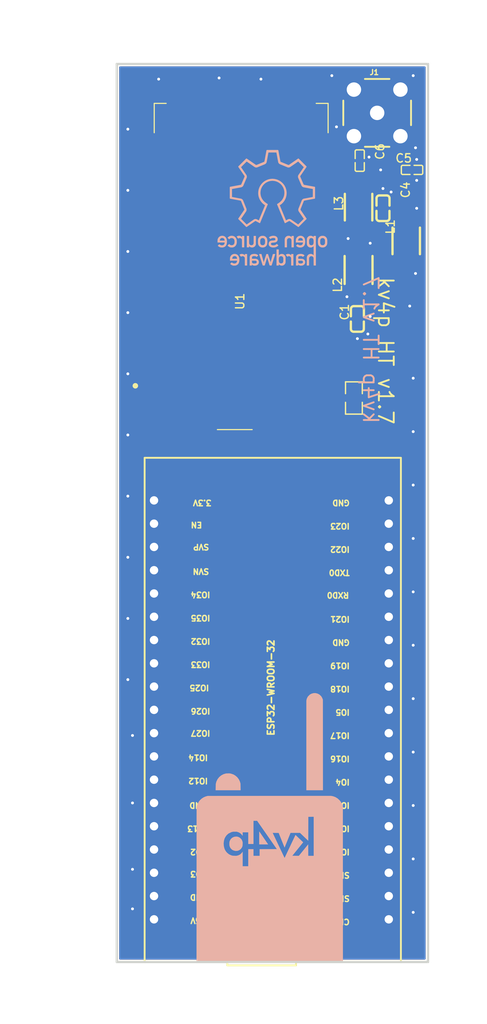
<source format=kicad_pcb>
(kicad_pcb (version 20240108) (generator "pcbnew") (generator_version "8.0")
  (layers (0 "F.Cu" signal "TopLayer") (31 "B.Cu" signal "BottomLayer") (34 "B.Paste" user "BottomPasteMaskLayer") (35 "F.Paste" user "TopPasteMaskLayer") (36 "B.SilkS" user "BottomSilkLayer") (37 "F.SilkS" user "TopSilkLayer") (38 "B.Mask" user "BottomSolderMaskLayer") (39 "F.Mask" user "TopSolderMaskLayer") (44 "Edge.Cuts" user "BoardOutLine"))
  (net 1 "")
  (net 2 "GND")
  (net 3 "C4_2")
  (net 4 "U1_12")
  (net 5 "J1_1")
  (net 6 "C1_2")
  (net 7 "U1_6")
  (net 8 "U5_9")
  (net 9 "U1_5")
  (net 10 "U1_3")
  (net 11 "U1_8")
  (net 12 "U1_17")
  (net 13 "U1_16")
  (net 14 "U1_1")
  (net 15 "U1_18")
  (net 16 "U1_7")
  (net 17 "U5_24")
  (net 18 "U5_25")
  (net 19 "U5_29")
  (net 20 "U5_32")
  (net 21 "U5_33")
  (net 22 "U5_34")
  (net 23 "U5_35")
  (net 24 "U5_36")
  (net 25 "U5_37")
  (net 26 "U5_38")
  (net 27 "U5_20")
  (net 28 "U5_21")
  (net 29 "U5_22")
  (net 30 "U5_23")
  (net 31 "U5_6")
  (net 32 "U5_8")
  (net 33 "U5_10")
  (net 34 "U5_11")
  (net 35 "U5_12")
  (net 36 "U5_13")
  (net 37 "U5_15")
  (net 38 "U5_16")
  (net 39 "U5_17")
  (net 40 "U5_18")
  (net 41 "U5_19")
  (net 42 "U5_2")
  (net 43 "U5_3")
  (net 44 "U5_4")
  (footprint "BackupProjects_spurious_personal_0_20241023:C0402" (layer "F.Cu") (at 156.543 70.541 -90)
    (property "Reference" "C6")
    (property "Value" "24pF" (hide yes))
  )
  (footprint "BackupProjects_spurious_personal_0_20241023:ESP32-WROOM-32 DEVELOPMENT BOARD" (layer "F.Cu") (at 146.891 130.485 180)
    (property "Reference" "U5" (hide yes))
    (property "Value" "ESP32-WROOM-32 DEVELOPMENT BOARD" (hide yes))
  )
  (footprint "BackupProjects_spurious_personal_0_20241023:C0603" (layer "F.Cu") (at 156.289 87.813 90)
    (property "Reference" "C1")
    (property "Value" "47pF" (hide yes))
  )
  (footprint "BackupProjects_spurious_personal_0_20241023:IND-SMD_L2.9-W2.8" (layer "F.Cu") (at 156.416 82.479 90)
    (property "Reference" "L2")
    (property "Value" "82nH" (hide yes))
  )
  (footprint "BackupProjects_spurious_personal_0_20241023:C0603" (layer "F.Cu") (at 159.083 75.748 -90)
    (property "Reference" "C4")
    (property "Value" "47pF" (hide yes))
  )
  (footprint "BackupProjects_spurious_personal_0_20241023:DRA818V_DORJI_DRA818V" (layer "F.Cu") (at 143.589 82.098 90)
    (property "Reference" "U1")
    (property "Value" "DRA818V" (hide yes))
  )
  (footprint "BackupProjects_spurious_personal_0_20241023:IND-SMD_L2.9-W2.5" (layer "F.Cu") (at 156.416 75.621 90)
    (property "Reference" "L3")
    (property "Value" "75nH" (hide yes))
  )
  (footprint "BackupProjects_spurious_personal_0_20241023:R0805" (layer "F.Cu") (at 155.908 96.449 90)
    (property "Reference" "R1" (hide yes))
    (property "Value" "1MΩ" (hide yes))
  )
  (footprint "BackupProjects_spurious_personal_0_20241023:CON-SMA-RA" (layer "F.Cu") (at 158.448 65.334)
    (property "Reference" "J1")
    (property "Value" "SMA" (hide yes))
  )
  (footprint "BackupProjects_spurious_personal_0_20241023:C0402" (layer "F.Cu") (at 162.258 71.557 180)
    (property "Reference" "C5")
    (property "Value" "24pF" (hide yes))
  )
  (footprint "BackupProjects_spurious_personal_0_20241023:IND-SMD_L2.9-W2.5" (layer "F.Cu") (at 161.623 79.304 -90)
    (property "Reference" "L1")
    (property "Value" "75nH" (hide yes))
  )
  (gr_poly (pts (xy 148.7902 80.7302) (xy 148.8233 80.7358) (xy 148.8671 80.7504) (xy 148.9109 80.7649) (xy 148.948 80.7899) (xy 148.985 80.8148) (xy 149.0124 80.8421) (xy 149.0397 80.8695) (xy 149.0432 80.8695) (xy 149.0467 80.8695) (xy 149.0467 80.8032) (xy 149.0467 80.7369) (xy 149.1723 80.7369) (xy 149.2978 80.7369) (xy 149.2978 81.3649) (xy 149.2978 81.9927) (xy 149.1723 81.9927) (xy 149.0467 81.9927) (xy 149.0467 81.5989) (xy 149.0467 81.2051) (xy 149.0388 81.1681) (xy 149.031 81.1311) (xy 149.015 81.0997) (xy 148.999 81.0683) (xy 148.9723 81.0425) (xy 148.9455 81.0167) (xy 148.9042 80.9978) (xy 148.8628 80.979) (xy 148.803 80.9784) (xy 148.7432 80.9779) (xy 148.7048 80.9967) (xy 148.6664 81.0155) (xy 148.6514 81.0267) (xy 148.6363 81.0378) (xy 148.5454 80.931) (xy 148.4545 80.8241) (xy 148.4732 80.8082) (xy 148.492 80.7923) (xy 148.5409 80.768) (xy 148.5897 80.7437) (xy 148.6385 80.7335) (xy 148.6874 80.7232) (xy 148.7222 80.7239) (xy 148.7571 80.7246)) (fill solid) (layer "B.SilkS"))
  (gr_poly (pts (xy 141.5781 78.7489) (xy 141.6199 78.7533) (xy 141.6618 78.7656) (xy 141.7037 78.7778) (xy 141.7538 78.8022) (xy 141.8039 78.8267) (xy 141.8466 78.8653) (xy 141.8893 78.9039) (xy 141.9177 78.9457) (xy 141.9461 78.9876) (xy 141.9687 79.0372) (xy 141.9913 79.0869) (xy 142.0059 79.1428) (xy 142.0205 79.1986) (xy 142.0278 79.2577) (xy 142.0351 79.3168) (xy 142.035 79.3798) (xy 142.0349 79.4428) (xy 142.028 79.5055) (xy 142.021 79.5683) (xy 142.0101 79.6172) (xy 141.9992 79.666) (xy 141.9812 79.711) (xy 141.9632 79.756) (xy 141.9401 79.7954) (xy 141.9171 79.8347) (xy 141.8854 79.8699) (xy 141.8538 79.9051) (xy 141.8066 79.9372) (xy 141.7595 79.9694) (xy 141.7037 79.9896) (xy 141.6478 80.0099) (xy 141.5936 80.0186) (xy 141.5394 80.0273) (xy 141.4471 80.0235) (xy 141.3548 80.0196) (xy 141.3061 80.0042) (xy 141.2573 79.9888) (xy 141.213 79.9679) (xy 141.1686 79.947) (xy 141.1137 79.9055) (xy 141.0588 79.8641) (xy 141.0441 79.8435) (xy 141.0294 79.8229) (xy 141.0523 79.8038) (xy 141.0751 79.7846) (xy 141.1413 79.728) (xy 141.2074 79.6713) (xy 141.2424 79.6989) (xy 141.2773 79.7265) (xy 141.3164 79.7462) (xy 141.3556 79.766) (xy 141.3966 79.7779) (xy 141.4376 79.7899) (xy 141.5044 79.7863) (xy 141.5711 79.7829) (xy 141.6112 79.7675) (xy 141.6513 79.7522) (xy 141.6894 79.7174) (xy 141.7275 79.6826) (xy 141.7452 79.6463) (xy 141.763 79.6099) (xy 141.7733 79.5613) (xy 141.7836 79.5125) (xy 141.7838 79.4968) (xy 141.7839 79.4811) (xy 141.3924 79.4811) (xy 141.001 79.4811) (xy 141.0044 79.3294) (xy 141.005728 79.2718) (xy 141.2536 79.2718) (xy 141.5196 79.2718) (xy 141.7855 79.2718) (xy 141.781 79.2387) (xy 141.7765 79.2055) (xy 141.7623 79.1597) (xy 141.748 79.1138) (xy 141.7221 79.0794) (xy 141.6962 79.0451) (xy 141.6581 79.0222) (xy 141.6199 78.9993) (xy 141.599 78.9928) (xy 141.5781 78.9863) (xy 141.5083 78.988) (xy 141.4385 78.9898) (xy 141.3943 79.0135) (xy 141.3502 79.0372) (xy 141.3265 79.0661) (xy 141.3028 79.095) (xy 141.2883 79.1278) (xy 141.2738 79.1605) (xy 141.2638 79.2075) (xy 141.2539 79.2544) (xy 141.2538 79.2631) (xy 141.2536 79.2718) (xy 141.005728 79.2718) (xy 141.0079 79.1776) (xy 141.0193 79.1323) (xy 141.0308 79.0869) (xy 141.0634 79.0207) (xy 141.096 78.9544) (xy 141.1556 78.8949) (xy 141.2153 78.8354) (xy 141.2789 78.8031) (xy 141.3425 78.7709) (xy 141.394 78.7601) (xy 141.4455 78.7494) (xy 141.4909 78.7469) (xy 141.5362 78.7445)) (fill solid) (layer "B.SilkS"))
  (gr_poly (pts (xy 143.4814 78.7654) (xy 143.5359 78.7815) (xy 143.5841 78.8145) (xy 143.6324 78.8475) (xy 143.6535 78.8715) (xy 143.6746 78.8956) (xy 143.6746 78.829) (xy 143.6746 78.7625) (xy 143.8002 78.7625) (xy 143.9258 78.7625) (xy 143.9258 79.3869) (xy 143.9258 80.0114) (xy 143.8004 80.0114) (xy 143.6751 80.0114) (xy 143.6731 79.591) (xy 143.6711 79.1707) (xy 143.656 79.138) (xy 143.6409 79.1054) (xy 143.6117 79.0737) (xy 143.5824 79.0419) (xy 143.543 79.023) (xy 143.5037 79.0041) (xy 143.4409 79.0012) (xy 143.3781 78.9983) (xy 143.3228 79.0269) (xy 143.2675 79.0555) (xy 143.266 79.0555) (xy 143.2645 79.0555) (xy 143.1766 78.9508) (xy 143.0885 78.846) (xy 143.0885 78.8409) (xy 143.0886 78.8358) (xy 143.1182 78.8174) (xy 143.1478 78.7989) (xy 143.1762 78.7847) (xy 143.2045 78.7706) (xy 143.2469 78.7596) (xy 143.2894 78.7486) (xy 143.3581 78.7489) (xy 143.4269 78.7493)) (fill solid) (layer "B.SilkS"))
  (gr_poly (pts (xy 145.6374 143.8546) (xy 145.7041 143.9493) (xy 146.1154 144.551) (xy 146.5267 145.1526) (xy 146.5267 145.1608) (xy 146.5267 145.169) (xy 146.0419 145.169) (xy 145.557 145.169) (xy 145.557 144.4645) (xy 145.557 143.7599) (xy 145.5639 143.7599) (xy 145.5707 143.7599)) (fill solid) (layer "B.SilkS"))
  (gr_poly (pts (xy 147.7018 80.5518) (xy 147.7036 80.869) (xy 147.7517 80.8305) (xy 147.7998 80.792) (xy 147.8459 80.769) (xy 147.892 80.746) (xy 147.9234 80.7385) (xy 147.9548 80.731) (xy 148.0001 80.7266) (xy 148.0455 80.7222) (xy 148.1046 80.7328) (xy 148.1637 80.7433) (xy 148.2162 80.7691) (xy 148.2687 80.795) (xy 148.3217 80.8479) (xy 148.3746 80.9009) (xy 148.3967 80.9462) (xy 148.4189 80.9916) (xy 148.431 81.0439) (xy 148.4431 81.0962) (xy 148.4429 81.3649) (xy 148.4427 81.6335) (xy 148.4309 81.6851) (xy 148.4191 81.7368) (xy 148.3979 81.7819) (xy 148.3768 81.8271) (xy 148.3228 81.8809) (xy 148.2687 81.9347) (xy 148.2164 81.9603) (xy 148.1641 81.986) (xy 148.1153 81.9962) (xy 148.0664 82.0065) (xy 148.0281 82.0065) (xy 147.9897 82.0065) (xy 147.9409 81.9962) (xy 147.892 81.986) (xy 147.8349 81.9579) (xy 147.7777 81.9297) (xy 147.739 81.8942) (xy 147.7001 81.8588) (xy 147.7001 81.9258) (xy 147.7001 81.9927) (xy 147.5746 81.9927) (xy 147.449 81.9927) (xy 147.449 81.2358) (xy 147.7036 81.2358) (xy 147.704 81.3753) (xy 147.7044 81.5148) (xy 147.7161 81.562) (xy 147.7279 81.6092) (xy 147.7448 81.6422) (xy 147.7617 81.6753) (xy 147.785 81.6976) (xy 147.8083 81.7199) (xy 147.8432 81.7358) (xy 147.8781 81.7516) (xy 147.9513 81.7514) (xy 148.0246 81.7512) (xy 148.056 81.737) (xy 148.0874 81.7229) (xy 148.1102 81.7036) (xy 148.133 81.6843) (xy 148.1498 81.6554) (xy 148.1666 81.6265) (xy 148.1792 81.5811) (xy 148.1918 81.5358) (xy 148.1919 81.3683) (xy 148.192 81.2009) (xy 148.1823 81.1625) (xy 148.1727 81.1241) (xy 148.1589 81.0962) (xy 148.1451 81.0683) (xy 148.1293 81.0472) (xy 148.1135 81.0261) (xy 148.0779 81.0068) (xy 148.0424 80.9874) (xy 148.0126 80.9811) (xy 147.9827 80.9748) (xy 147.9287 80.9777) (xy 147.8746 80.9807) (xy 147.8367 80.9986) (xy 147.7988 81.0166) (xy 147.7763 81.0421) (xy 147.7539 81.0677) (xy 147.7379 81.1029) (xy 147.7219 81.1381) (xy 147.7128 81.1869) (xy 147.7036 81.2358) (xy 147.449 81.2358) (xy 147.449 81.1137) (xy 147.449 80.2346) (xy 147.5745 80.2346) (xy 147.7 80.2346)) (fill solid) (layer "B.SilkS"))
  (gr_poly (pts (xy 143.1613 144.322) (xy 143.2427 144.336) (xy 143.3431 144.3838) (xy 143.4434 144.4316) (xy 143.538 144.5261) (xy 143.6327 144.6207) (xy 143.6777 144.7158) (xy 143.7227 144.811) (xy 143.7399 144.8939) (xy 143.7571 144.9767) (xy 143.7501 145.1449) (xy 143.7431 145.313) (xy 143.7177 145.3923) (xy 143.6924 145.4717) (xy 143.6277 145.5666) (xy 143.563 145.6614) (xy 143.4702 145.7319) (xy 143.3775 145.8024) (xy 143.2892 145.8356) (xy 143.201 145.8689) (xy 143.0873 145.8766) (xy 142.9737 145.8843) (xy 142.8705 145.86) (xy 142.7673 145.8357) (xy 142.6811 145.795) (xy 142.5949 145.7544) (xy 142.5115 145.67) (xy 142.4281 145.5857) (xy 142.387 145.5088) (xy 142.3459 145.4319) (xy 142.3227 145.3427) (xy 142.2995 145.2536) (xy 142.2995 145.106) (xy 142.2995 144.9584) (xy 142.3163 144.8781) (xy 142.3331 144.7978) (xy 142.3859 144.6964) (xy 142.4387 144.595) (xy 142.5182 144.5198) (xy 142.5976 144.4447) (xy 142.6876 144.3992) (xy 142.7775 144.3539) (xy 142.8377 144.3384) (xy 142.8979 144.3229) (xy 142.9888 144.3154) (xy 143.0798 144.3079)) (fill solid) (layer "B.SilkS"))
  (gr_poly (pts (xy 146.0502 78.7553) (xy 146.0781 78.7613) (xy 146.1251 78.7785) (xy 146.1721 78.7956) (xy 146.2112 78.8192) (xy 146.2502 78.8428) (xy 146.3038 78.8986) (xy 146.3573 78.9544) (xy 146.383 79.0035) (xy 146.4087 79.0527) (xy 146.4228 79.1047) (xy 146.4368 79.1567) (xy 146.4441 79.229) (xy 146.4513 79.3012) (xy 146.4512 79.3755) (xy 146.4512 79.4497) (xy 146.444 79.5317) (xy 146.4368 79.6137) (xy 146.4233 79.6664) (xy 146.4098 79.719) (xy 146.3843 79.7677) (xy 146.3587 79.8164) (xy 146.3132 79.8655) (xy 146.2677 79.9147) (xy 146.2287 79.9407) (xy 146.1897 79.9668) (xy 146.1463 79.9859) (xy 146.1029 80.005) (xy 146.0498 80.0151) (xy 145.9966 80.0253) (xy 145.9314 80.0253) (xy 145.8662 80.0253) (xy 145.8159 80.0147) (xy 145.7657 80.0042) (xy 145.7265 79.9883) (xy 145.6872 79.9725) (xy 145.6483 79.9466) (xy 145.6094 79.9208) (xy 145.5762 79.8876) (xy 145.5431 79.8544) (xy 145.512 79.8111) (xy 145.4808 79.7679) (xy 145.4611 79.7135) (xy 145.4413 79.659) (xy 145.4318 79.6067) (xy 145.4222 79.5544) (xy 145.4228 79.38) (xy 145.42294 79.3311) (xy 145.6683 79.3311) (xy 145.6721 79.4428) (xy 145.676 79.5544) (xy 145.6876 79.5927) (xy 145.6994 79.6311) (xy 145.7157 79.6591) (xy 145.7321 79.6871) (xy 145.7551 79.7093) (xy 145.7781 79.7315) (xy 145.8199 79.7511) (xy 145.8618 79.7707) (xy 145.9352 79.7707) (xy 146.0086 79.7707) (xy 146.055 79.7478) (xy 146.1013 79.725) (xy 146.1238 79.6994) (xy 146.1464 79.6736) (xy 146.166 79.6315) (xy 146.1856 79.5893) (xy 146.1929 79.517) (xy 146.2001 79.4448) (xy 146.2001 79.3775) (xy 146.2 79.3102) (xy 146.1929 79.2475) (xy 146.1857 79.1847) (xy 146.1682 79.1466) (xy 146.1508 79.1085) (xy 146.133 79.0852) (xy 146.1153 79.062) (xy 146.0885 79.0442) (xy 146.0616 79.0264) (xy 146.021 79.0131) (xy 145.9804 78.9997) (xy 145.9202 79.0018) (xy 145.86 79.0039) (xy 145.8142 79.0265) (xy 145.7683 79.0491) (xy 145.7403 79.0809) (xy 145.7123 79.1128) (xy 145.6975 79.1522) (xy 145.6826 79.1916) (xy 145.6755 79.2614) (xy 145.6683 79.3311) (xy 145.42294 79.3311) (xy 145.4233 79.2055) (xy 145.4379 79.1378) (xy 145.4524 79.07) (xy 145.4771 79.0192) (xy 145.5017 78.9683) (xy 145.5308 78.9335) (xy 145.5599 78.8986) (xy 145.6008 78.8631) (xy 145.6417 78.8277) (xy 145.6767 78.8087) (xy 145.7116 78.7897) (xy 145.7623 78.7717) (xy 145.8129 78.7538) (xy 145.9176 78.7515) (xy 146.0222 78.7493)) (fill solid) (layer "B.SilkS"))
  (gr_poly (pts (xy 150.1315 78.7489) (xy 150.1734 78.7533) (xy 150.2145 78.7654) (xy 150.2557 78.7775) (xy 150.2983 78.7977) (xy 150.3409 78.818) (xy 150.3809 78.8496) (xy 150.421 78.8812) (xy 150.4523 78.9212) (xy 150.4837 78.9611) (xy 150.5051 79.0014) (xy 150.5266 79.0417) (xy 150.5435 79.0915) (xy 150.5604 79.1412) (xy 150.5713 79.1978) (xy 150.5821 79.2544) (xy 150.5862 79.3311) (xy 150.5904 79.4079) (xy 150.5825 79.4881) (xy 150.5745 79.5683) (xy 150.5604 79.6276) (xy 150.5463 79.6869) (xy 150.512 79.7567) (xy 150.4778 79.8265) (xy 150.4453 79.8632) (xy 150.4129 79.8999) (xy 150.3677 79.9321) (xy 150.3226 79.9643) (xy 150.2696 79.9849) (xy 150.2167 80.0054) (xy 150.1648 80.0154) (xy 150.1129 80.0253) (xy 150.0385 80.0253) (xy 149.9641 80.0252) (xy 149.9204 80.0181) (xy 149.8767 80.011) (xy 149.8172 79.9895) (xy 149.7578 79.968) (xy 149.7075 79.9351) (xy 149.6571 79.9023) (xy 149.6205 79.8666) (xy 149.5839 79.8309) (xy 149.5843 79.8252) (xy 149.5847 79.8195) (xy 149.6729 79.7455) (xy 149.7611 79.6714) (xy 149.796 79.699) (xy 149.8308 79.7265) (xy 149.8699 79.7462) (xy 149.909 79.766) (xy 149.95 79.7779) (xy 149.9911 79.7899) (xy 150.0578 79.7863) (xy 150.1246 79.7829) (xy 150.1647 79.7675) (xy 150.2048 79.7522) (xy 150.2428 79.7174) (xy 150.2809 79.6826) (xy 150.2987 79.6463) (xy 150.3165 79.6099) (xy 150.3268 79.5613) (xy 150.3371 79.5125) (xy 150.3372 79.4968) (xy 150.3373 79.4811) (xy 149.9459 79.4811) (xy 149.5544 79.4811) (xy 149.5579 79.3294) (xy 149.559521 79.2591) (xy 149.8071 79.2591) (xy 149.8071 79.2655) (xy 149.8071 79.2718) (xy 150.0722 79.2718) (xy 150.3373 79.2718) (xy 150.3372 79.2596) (xy 150.3371 79.2474) (xy 150.3273 79.2012) (xy 150.3175 79.1549) (xy 150.2999 79.1202) (xy 150.2823 79.0854) (xy 150.2638 79.0634) (xy 150.2452 79.0413) (xy 150.2139 79.023) (xy 150.1826 79.0046) (xy 150.1571 78.9951) (xy 150.1315 78.9856) (xy 150.0618 78.9877) (xy 149.992 78.9898) (xy 149.9478 79.0135) (xy 149.9036 79.0372) (xy 149.8806 79.0655) (xy 149.8576 79.0939) (xy 149.8424 79.1242) (xy 149.8271 79.1544) (xy 149.8171 79.2068) (xy 149.8071 79.2591) (xy 149.559521 79.2591) (xy 149.5614 79.1776) (xy 149.5729 79.1323) (xy 149.5844 79.0869) (xy 149.6163 79.021) (xy 149.6483 78.9551) (xy 149.7085 78.8949) (xy 149.7687 78.8348) (xy 149.8329 78.8027) (xy 149.897 78.7707) (xy 149.948 78.76) (xy 149.999 78.7494) (xy 150.0443 78.7469) (xy 150.0897 78.7445)) (fill solid) (layer "B.SilkS"))
  (gr_poly (pts (xy 151.2234 78.7488) (xy 151.2687 78.7541) (xy 151.3001 78.7624) (xy 151.3315 78.7708) (xy 151.3795 78.7959) (xy 151.4275 78.821) (xy 151.465 78.8553) (xy 151.5025 78.8895) (xy 151.5025 78.826) (xy 151.5025 78.7625) (xy 151.628 78.7625) (xy 151.7536 78.7625) (xy 151.7536 80.3778) (xy 151.7536 81.9931) (xy 151.6298 81.9912) (xy 151.506 81.9893) (xy 151.5024 81.5742) (xy 151.4989 81.159) (xy 151.4891 81.1346) (xy 151.4792 81.1102) (xy 151.4636 81.0852) (xy 151.4479 81.0602) (xy 151.4148 81.031) (xy 151.3816 81.0018) (xy 151.3426 80.9902) (xy 151.3036 80.9785) (xy 151.2548 80.9785) (xy 151.206 80.9784) (xy 151.1676 80.9913) (xy 151.1292 81.0043) (xy 151.0863 81.0472) (xy 151.0434 81.0901) (xy 151.0272 81.1385) (xy 151.0111 81.1869) (xy 151.0087 81.5898) (xy 151.0063 81.9927) (xy 150.8807 81.9927) (xy 150.7551 81.9927) (xy 150.7575 81.5375) (xy 150.76 81.0823) (xy 150.7777 81.0254) (xy 150.7954 80.9684) (xy 150.8193 80.9281) (xy 150.8432 80.8878) (xy 150.8823 80.849) (xy 150.9213 80.8102) (xy 150.966 80.7838) (xy 151.0106 80.7574) (xy 151.0594 80.7422) (xy 151.1083 80.7269) (xy 151.1815 80.727) (xy 151.2548 80.7271) (xy 151.2967 80.7396) (xy 151.3385 80.7522) (xy 151.3845 80.7762) (xy 151.4304 80.8002) (xy 151.4664 80.8336) (xy 151.5025 80.8669) (xy 151.5025 80.3757) (xy 151.5025 79.8846) (xy 151.474 79.9079) (xy 151.4454 79.9311) (xy 151.4234 79.9473) (xy 151.4013 79.9635) (xy 151.3612 79.984) (xy 151.3212 80.0045) (xy 151.2813 80.0149) (xy 151.2414 80.0253) (xy 151.1752 80.0253) (xy 151.109 80.0253) (xy 151.0525 80.0081) (xy 150.9959 79.9908) (xy 150.9544 79.9639) (xy 150.9129 79.937) (xy 150.8711 79.8919) (xy 150.8292 79.8469) (xy 150.8102 79.8088) (xy 150.7912 79.7707) (xy 150.7808 79.7288) (xy 150.7703 79.6869) (xy 150.7631 79.597) (xy 150.758091 79.5335) (xy 151.0109 79.5335) (xy 151.0231 79.5858) (xy 151.0353 79.6381) (xy 151.0563 79.6748) (xy 151.0773 79.7116) (xy 151.1061 79.7324) (xy 151.135 79.7534) (xy 151.17 79.7638) (xy 151.205 79.7742) (xy 151.2583 79.7742) (xy 151.3116 79.7742) (xy 151.3467 79.7637) (xy 151.3818 79.7533) (xy 151.4139 79.7251) (xy 151.4459 79.6969) (xy 151.4642 79.6595) (xy 151.4824 79.6222) (xy 151.4922 79.5673) (xy 151.502 79.5125) (xy 151.5022 79.3904) (xy 151.5024 79.2683) (xy 151.4951 79.2236) (xy 151.4878 79.1789) (xy 151.4742 79.1401) (xy 151.4606 79.1014) (xy 151.441 79.0772) (xy 151.4214 79.053) (xy 151.4034 79.0395) (xy 151.3853 79.026) (xy 151.3479 79.0131) (xy 151.3106 79.0002) (xy 151.2578 79) (xy 151.205 78.9997) (xy 151.1692 79.0104) (xy 151.1333 79.021) (xy 151.1034 79.0438) (xy 151.0734 79.0666) (xy 151.0512 79.111) (xy 151.0289 79.1554) (xy 151.0201 79.2049) (xy 151.0113 79.2544) (xy 151.0111 79.3939) (xy 151.0109 79.5335) (xy 150.758091 79.5335) (xy 150.756 79.507) (xy 150.756 79.3947) (xy 150.7561 79.2823) (xy 150.7631 79.1846) (xy 150.7701 79.0869) (xy 150.7807 79.0451) (xy 150.7912 79.0032) (xy 150.8096 78.9649) (xy 150.8281 78.9265) (xy 150.8845 78.8698) (xy 150.9409 78.8132) (xy 150.9833 78.7919) (xy 151.0257 78.7705) (xy 151.067 78.7602) (xy 151.1083 78.75) (xy 151.1432 78.7467) (xy 151.1781 78.7434)) (fill solid) (layer "B.SilkS"))
  (gr_poly (pts (xy 148.8827 78.7616) (xy 148.9246 78.7737) (xy 148.9686 78.7972) (xy 149.0127 78.8208) (xy 149.0506 78.8581) (xy 149.0885 78.8954) (xy 149.0885 78.8289) (xy 149.0885 78.7625) (xy 149.2141 78.7625) (xy 149.3397 78.7625) (xy 149.3397 79.3869) (xy 149.3397 80.0114) (xy 149.2143 80.0114) (xy 149.0889 80.0114) (xy 149.087 79.598) (xy 149.085 79.1846) (xy 149.0633 79.1393) (xy 149.0416 79.0939) (xy 149.015 79.0668) (xy 148.9883 79.0397) (xy 148.9494 79.0214) (xy 148.9106 79.0032) (xy 148.8409 79.0032) (xy 148.7711 79.0032) (xy 148.7362 79.0193) (xy 148.7013 79.0353) (xy 148.6746 79.0611) (xy 148.6478 79.0869) (xy 148.6308 79.1158) (xy 148.6137 79.1447) (xy 148.6036 79.1925) (xy 148.5934 79.2404) (xy 148.5933 79.6259) (xy 148.5932 80.0114) (xy 148.4676 80.0114) (xy 148.342 80.0114) (xy 148.342 79.575) (xy 148.342 79.1387) (xy 148.3529 79.0849) (xy 148.3639 79.0311) (xy 148.3908 78.975) (xy 148.4177 78.919) (xy 148.4554 78.8797) (xy 148.4931 78.8405) (xy 148.5374 78.8119) (xy 148.5816 78.7833) (xy 148.6366 78.7659) (xy 148.6916 78.7486) (xy 148.7662 78.7491) (xy 148.8409 78.7496)) (fill solid) (layer "B.SilkS"))
  (gr_poly (pts (xy 150.1136 80.724) (xy 150.1594 80.7251) (xy 150.1804 80.7277) (xy 150.2013 80.7303) (xy 150.2536 80.7412) (xy 150.306 80.7521) (xy 150.3652 80.7804) (xy 150.4243 80.8087) (xy 150.4681 80.8524) (xy 150.5118 80.8961) (xy 150.5118 80.9035) (xy 150.5118 80.911) (xy 150.4162 80.984) (xy 150.3206 81.0571) (xy 150.2976 81.0302) (xy 150.2745 81.0033) (xy 150.2449 80.989) (xy 150.2153 80.9746) (xy 150.1466 80.9662) (xy 150.0779 80.9578) (xy 150.0087 80.9659) (xy 149.9396 80.974) (xy 149.9134 80.9849) (xy 149.8874 80.9958) (xy 149.8646 81.0178) (xy 149.8419 81.0398) (xy 149.835 81.0645) (xy 149.8281 81.0893) (xy 149.8281 81.1707) (xy 149.8281 81.2522) (xy 150.0496 81.2549) (xy 150.2711 81.2577) (xy 150.3179 81.2723) (xy 150.3648 81.287) (xy 150.4017 81.3067) (xy 150.4385 81.3264) (xy 150.4776 81.365) (xy 150.5167 81.4035) (xy 150.5416 81.4557) (xy 150.5665 81.5079) (xy 150.5741 81.5493) (xy 150.5815 81.5907) (xy 150.5814 81.6225) (xy 150.5813 81.6544) (xy 150.571 81.7032) (xy 150.5607 81.7521) (xy 150.5387 81.7969) (xy 150.5167 81.8417) (xy 150.4735 81.8843) (xy 150.4303 81.9268) (xy 150.3878 81.9495) (xy 150.3452 81.9722) (xy 150.2907 81.9862) (xy 150.2362 82.0003) (xy 150.1559 82.0045) (xy 150.0757 82.0087) (xy 150.0171 81.9968) (xy 149.9585 81.9849) (xy 149.9244 81.9677) (xy 149.8904 81.9504) (xy 149.8627 81.9219) (xy 149.835 81.8934) (xy 149.8337 81.8855) (xy 149.8325 81.8776) (xy 149.8285 81.9335) (xy 149.8246 81.9893) (xy 149.7005 81.9912) (xy 149.5764 81.9931) (xy 149.5784 81.5098) (xy 149.578615 81.4625) (xy 149.8265 81.4625) (xy 149.8294 81.5585) (xy 149.8323 81.6544) (xy 149.8469 81.6823) (xy 149.8615 81.7102) (xy 149.8744 81.7216) (xy 149.8874 81.7329) (xy 149.9083 81.7433) (xy 149.9292 81.7538) (xy 149.9751 81.7616) (xy 150.0211 81.7695) (xy 150.0868 81.7694) (xy 150.1525 81.7693) (xy 150.1977 81.7586) (xy 150.243 81.748) (xy 150.2729 81.7304) (xy 150.3028 81.7129) (xy 150.3207 81.6859) (xy 150.3385 81.6589) (xy 150.3423 81.6309) (xy 150.3461 81.6029) (xy 150.3413 81.5777) (xy 150.3366 81.5524) (xy 150.3108 81.5238) (xy 150.285 81.4953) (xy 150.2606 81.4848) (xy 150.2362 81.4744) (xy 150.2153 81.4692) (xy 150.1943 81.4639) (xy 150.0104 81.4632) (xy 149.8265 81.4625) (xy 149.578615 81.4625) (xy 149.5806 81.0265) (xy 149.5953 80.9878) (xy 149.61 80.9491) (xy 149.6258 80.9183) (xy 149.6415 80.8875) (xy 149.6777 80.8521) (xy 149.714 80.8167) (xy 149.7637 80.7906) (xy 149.8134 80.7644) (xy 149.8646 80.7514) (xy 149.9158 80.7383) (xy 149.9917 80.7306) (xy 150.0677 80.723)) (fill solid) (layer "B.SilkS"))
  (gr_poly (pts (xy 145.0554 80.7238) (xy 145.1013 80.7246) (xy 145.1118 80.7267) (xy 145.1222 80.7287) (xy 145.1746 80.7371) (xy 145.2269 80.7456) (xy 145.2703 80.7618) (xy 145.3138 80.778) (xy 145.3547 80.8059) (xy 145.3957 80.8337) (xy 145.4284 80.87) (xy 145.461 80.9063) (xy 145.4584 80.9089) (xy 145.4558 80.9115) (xy 145.3603 80.9831) (xy 145.2647 81.0548) (xy 145.2304 81.0217) (xy 145.1962 80.9887) (xy 145.1557 80.9766) (xy 145.1153 80.9645) (xy 145.0211 80.9643) (xy 144.9269 80.9642) (xy 144.885 80.9767) (xy 144.8432 80.9893) (xy 144.8198 81.0071) (xy 144.7963 81.0249) (xy 144.7833 81.0536) (xy 144.7702 81.0823) (xy 144.7701 81.1678) (xy 144.7699 81.2532) (xy 144.9691 81.2532) (xy 145.1682 81.2532) (xy 145.222 81.2639) (xy 145.2757 81.2747) (xy 145.3251 81.2986) (xy 145.3744 81.3225) (xy 145.4081 81.3522) (xy 145.4418 81.3819) (xy 145.4641 81.4169) (xy 145.4865 81.4521) (xy 145.5021 81.4939) (xy 145.5177 81.5358) (xy 145.5213 81.5986) (xy 145.5249 81.6613) (xy 145.5138 81.7084) (xy 145.5027 81.7555) (xy 145.4824 81.7957) (xy 145.4621 81.8358) (xy 145.4332 81.8685) (xy 145.4044 81.9012) (xy 145.3626 81.9291) (xy 145.3209 81.9569) (xy 145.2809 81.9721) (xy 145.2409 81.9873) (xy 145.1781 81.997) (xy 145.1153 82.0066) (xy 145.0609 82.0067) (xy 145.0065 82.0067) (xy 144.9532 81.9957) (xy 144.8998 81.9847) (xy 144.8679 81.9685) (xy 144.8359 81.9523) (xy 144.8029 81.917) (xy 144.7699 81.8817) (xy 144.7699 81.9372) (xy 144.7699 81.9927) (xy 144.6443 81.9927) (xy 144.5188 81.9927) (xy 144.5189 81.5354) (xy 144.7699 81.5354) (xy 144.7699 81.6083) (xy 144.7774 81.6433) (xy 144.7849 81.6783) (xy 144.8003 81.7011) (xy 144.8157 81.7239) (xy 144.8429 81.7392) (xy 144.8701 81.7545) (xy 144.927 81.7629) (xy 144.9838 81.7714) (xy 145.06 81.7679) (xy 145.1362 81.7644) (xy 145.1764 81.749) (xy 145.2167 81.7335) (xy 145.2385 81.7152) (xy 145.2603 81.6968) (xy 145.2731 81.6686) (xy 145.2859 81.6404) (xy 145.2861 81.6095) (xy 145.2862 81.5785) (xy 145.272 81.5492) (xy 145.2578 81.5199) (xy 145.2307 81.5011) (xy 145.2036 81.4823) (xy 145.1734 81.4729) (xy 145.1432 81.4635) (xy 144.9566 81.463) (xy 144.7699 81.4625) (xy 144.7699 81.5354) (xy 144.5189 81.5354) (xy 144.5189 81.534) (xy 144.519 81.0753) (xy 144.5293 81.0265) (xy 144.5396 80.9776) (xy 144.5613 80.9335) (xy 144.583 80.8893) (xy 144.6191 80.8531) (xy 144.6553 80.817) (xy 144.7053 80.7907) (xy 144.7553 80.7644) (xy 144.8064 80.7514) (xy 144.8576 80.7383) (xy 144.9336 80.7306) (xy 145.0096 80.723)) (fill solid) (layer "B.SilkS"))
  (gr_poly (pts (xy 142.3789 137.4268) (xy 142.4659 137.4406) (xy 142.6039 137.4869) (xy 142.7419 137.5331) (xy 142.8426 137.5921) (xy 142.9434 137.6511) (xy 143.0494 137.7403) (xy 143.1554 137.8295) (xy 143.2426 137.9425) (xy 143.3298 138.0554) (xy 143.3893 138.1767) (xy 143.4488 138.2981) (xy 143.4823 138.4116) (xy 143.5159 138.5251) (xy 143.5229 138.8925) (xy 143.5298 139.2599) (xy 142.1629 139.2599) (xy 140.7959 139.2599) (xy 140.8036 138.9153) (xy 140.8113 138.5706) (xy 140.8438 138.4418) (xy 140.8763 138.313) (xy 140.943 138.1766) (xy 141.0097 138.0403) (xy 141.1006 137.9266) (xy 141.1915 137.813) (xy 141.2985 137.7249) (xy 141.4056 137.6369) (xy 141.5306 137.5705) (xy 141.6555 137.5042) (xy 141.7919 137.4645) (xy 141.9282 137.4249) (xy 142.1101 137.4189) (xy 142.2919 137.413)) (fill solid) (layer "B.SilkS"))
  (gr_poly (pts (xy 142.621 78.7497) (xy 142.6731 78.7555) (xy 142.7116 78.7663) (xy 142.7502 78.7771) (xy 142.785 78.7916) (xy 142.8199 78.806) (xy 142.8662 78.8366) (xy 142.9125 78.8672) (xy 142.9542 78.9117) (xy 142.9958 78.9562) (xy 143.0217 78.9988) (xy 143.0476 79.0414) (xy 143.0675 79.096) (xy 143.0874 79.1506) (xy 143.0997 79.206) (xy 143.1121 79.2614) (xy 143.1118 79.3835) (xy 143.1116 79.5055) (xy 143.0975 79.5719) (xy 143.0833 79.6383) (xy 143.0612 79.6935) (xy 143.0391 79.7487) (xy 143.0085 79.7948) (xy 142.9778 79.8409) (xy 142.9366 79.8802) (xy 142.8954 79.9195) (xy 142.853 79.9469) (xy 142.8106 79.9743) (xy 142.742 79.9979) (xy 142.6734 80.0214) (xy 142.5583 80.0216) (xy 142.4432 80.0218) (xy 142.3912 80.0055) (xy 142.3391 79.9891) (xy 142.2935 79.9662) (xy 142.2478 79.9432) (xy 142.206 79.9115) (xy 142.1641 79.8798) (xy 142.1307 79.8457) (xy 142.0973 79.8115) (xy 142.1885 79.7297) (xy 142.2796 79.6478) (xy 142.3195 79.6839) (xy 142.3595 79.72) (xy 142.4112 79.7449) (xy 142.4629 79.7698) (xy 142.5212 79.7729) (xy 142.5795 79.7759) (xy 142.623 79.7674) (xy 142.6664 79.759) (xy 142.7067 79.7376) (xy 142.7469 79.7163) (xy 142.7704 79.6903) (xy 142.7939 79.6643) (xy 142.8121 79.6331) (xy 142.8304 79.602) (xy 142.8451 79.5468) (xy 142.8598 79.4916) (xy 142.8603 79.3904) (xy 142.8608 79.2893) (xy 142.8491 79.2417) (xy 142.8374 79.1942) (xy 142.8198 79.1572) (xy 142.8023 79.1201) (xy 142.7743 79.0883) (xy 142.7463 79.0564) (xy 142.7044 79.0355) (xy 142.6625 79.0146) (xy 142.623 79.0064) (xy 142.5834 78.9982) (xy 142.5233 79.001) (xy 142.4633 79.0039) (xy 142.4114 79.0289) (xy 142.3595 79.0539) (xy 142.3195 79.09) (xy 142.2796 79.1261) (xy 142.1879 79.0438) (xy 142.0963 78.9614) (xy 142.1494 78.9113) (xy 142.2025 78.8612) (xy 142.2532 78.8296) (xy 142.3038 78.798) (xy 142.3492 78.7809) (xy 142.3946 78.7639) (xy 142.4363 78.7565) (xy 142.4781 78.7492) (xy 142.5234 78.7465) (xy 142.5688 78.7438)) (fill solid) (layer "B.SilkS"))
  (gr_poly (pts (xy 142.9351 80.727) (xy 142.9525 80.73) (xy 142.9897 80.7376) (xy 143.0268 80.7452) (xy 143.0758 80.7654) (xy 143.1249 80.7856) (xy 143.1689 80.817) (xy 143.2129 80.8484) (xy 143.2442 80.8851) (xy 143.2754 80.9218) (xy 143.2998 80.9637) (xy 143.3242 81.0055) (xy 143.346 81.0675) (xy 143.3678 81.1294) (xy 143.3788 81.1896) (xy 143.3898 81.2497) (xy 143.3893 81.3649) (xy 143.3889 81.48) (xy 143.3781 81.5428) (xy 143.3672 81.6055) (xy 143.3526 81.6509) (xy 143.3379 81.6962) (xy 143.3094 81.7521) (xy 143.2808 81.8079) (xy 143.2283 81.8603) (xy 143.1757 81.9128) (xy 143.1266 81.9384) (xy 143.0775 81.964) (xy 143.015 81.983) (xy 142.9525 82.0019) (xy 142.8409 82.0023) (xy 142.7292 82.0026) (xy 142.6839 81.9902) (xy 142.6385 81.9777) (xy 142.5815 81.951) (xy 142.5245 81.9244) (xy 142.4942 81.9035) (xy 142.4639 81.8827) (xy 142.4274 81.8484) (xy 142.3909 81.8141) (xy 142.3909 81.8068) (xy 142.3909 81.7994) (xy 142.4779 81.7253) (xy 142.5649 81.6511) (xy 142.6087 81.6842) (xy 142.6525 81.7173) (xy 142.6955 81.7366) (xy 142.7385 81.7558) (xy 142.7792 81.7634) (xy 142.8199 81.771) (xy 142.8735 81.7667) (xy 142.927 81.7623) (xy 142.9569 81.7517) (xy 142.9868 81.7412) (xy 143.0207 81.7194) (xy 143.0546 81.6977) (xy 143.0783 81.6666) (xy 143.102 81.6356) (xy 143.1167 81.5961) (xy 143.1315 81.5567) (xy 143.1355 81.5096) (xy 143.1394 81.4625) (xy 142.7505 81.4625) (xy 142.3616 81.4625) (xy 142.3647 81.3038) (xy 142.365688 81.2532) (xy 142.6141 81.2532) (xy 142.8757 81.2532) (xy 143.1374 81.2532) (xy 143.1374 81.2226) (xy 143.1374 81.1919) (xy 143.1236 81.1473) (xy 143.1098 81.1026) (xy 143.0875 81.0689) (xy 143.0652 81.0353) (xy 143.0368 81.0146) (xy 143.0083 80.9939) (xy 142.9839 80.9834) (xy 142.9595 80.9729) (xy 142.9281 80.9674) (xy 142.8967 80.9618) (xy 142.8823 80.961) (xy 142.8678 80.9602) (xy 142.8267 80.9678) (xy 142.7856 80.9754) (xy 142.7536 80.9916) (xy 142.7217 81.0078) (xy 142.6928 81.0391) (xy 142.664 81.0704) (xy 142.6495 81.0988) (xy 142.635 81.1272) (xy 142.6247 81.171) (xy 142.6143 81.2148) (xy 142.6142 81.234) (xy 142.6141 81.2532) (xy 142.365688 81.2532) (xy 142.3678 81.1451) (xy 142.3833 81.0929) (xy 142.3988 81.0406) (xy 142.4227 80.9952) (xy 142.4466 80.9497) (xy 142.4781 80.9097) (xy 142.5096 80.8696) (xy 142.5496 80.8381) (xy 142.5897 80.8067) (xy 142.6352 80.7827) (xy 142.6806 80.7588) (xy 142.7328 80.7442) (xy 142.785 80.7295) (xy 142.8513 80.7267) (xy 142.9176 80.7239)) (fill solid) (layer "B.SilkS"))
  (gr_poly (pts (xy 151.8418 128.6845) (xy 151.9524 128.7135) (xy 152.0461 128.7633) (xy 152.1399 128.813) (xy 152.2386 128.9062) (xy 152.3373 128.9994) (xy 152.3885 129.0844) (xy 152.4397 129.1693) (xy 152.4794 129.2715) (xy 152.5191 129.3736) (xy 152.5231 134.3168) (xy 152.527 139.2599) (xy 151.6178 139.2599) (xy 150.7085 139.2599) (xy 150.7088 134.3698) (xy 150.7091 129.4797) (xy 150.7311 129.3756) (xy 150.7532 129.2715) (xy 150.81 129.1559) (xy 150.8668 129.0403) (xy 150.9808 128.9265) (xy 151.0949 128.8127) (xy 151.1886 128.7632) (xy 151.2824 128.7138) (xy 151.3994 128.6838) (xy 151.5164 128.6539) (xy 151.6238 128.6548) (xy 151.7312 128.6556)) (fill solid) (layer "B.SilkS"))
  (gr_poly (pts (xy 147.1734 78.7487) (xy 147.2362 78.7541) (xy 147.2816 78.7658) (xy 147.3269 78.7775) (xy 147.3792 78.8025) (xy 147.4315 78.8275) (xy 147.477 78.8735) (xy 147.5225 78.9195) (xy 147.5424 78.9608) (xy 147.5622 79.0021) (xy 147.5732 79.0577) (xy 147.5841 79.1133) (xy 147.5761 79.1767) (xy 147.5681 79.2402) (xy 147.5437 79.2896) (xy 147.5193 79.339) (xy 147.4773 79.3791) (xy 147.4352 79.4192) (xy 147.3844 79.4427) (xy 147.3336 79.4661) (xy 147.2744 79.4767) (xy 147.2153 79.4874) (xy 147.0932 79.4985) (xy 146.9711 79.5097) (xy 146.9362 79.5196) (xy 146.9013 79.5295) (xy 146.8856 79.5406) (xy 146.8698 79.5518) (xy 146.8584 79.5738) (xy 146.847 79.5959) (xy 146.847 79.6311) (xy 146.847 79.6663) (xy 146.8579 79.6871) (xy 146.8687 79.7079) (xy 146.8924 79.7306) (xy 146.916 79.7533) (xy 146.9575 79.7685) (xy 146.999 79.7836) (xy 147.077 79.7866) (xy 147.1549 79.7896) (xy 147.213 79.778) (xy 147.2711 79.7664) (xy 147.3339 79.7358) (xy 147.3967 79.7052) (xy 147.4399 79.6699) (xy 147.4831 79.6346) (xy 147.4888 79.6346) (xy 147.4946 79.6346) (xy 147.5776 79.7179) (xy 147.6607 79.8012) (xy 147.6509 79.813) (xy 147.6411 79.8248) (xy 147.5887 79.8647) (xy 147.5362 79.9046) (xy 147.4839 79.9331) (xy 147.4315 79.9616) (xy 147.3898 79.9772) (xy 147.348 79.9927) (xy 147.2991 80.006) (xy 147.2502 80.0193) (xy 147.1488 80.0232) (xy 147.0475 80.0271) (xy 146.9919 80.0196) (xy 146.9362 80.012) (xy 146.8812 79.994) (xy 146.8262 79.976) (xy 146.7765 79.9471) (xy 146.7269 79.9181) (xy 146.6907 79.8812) (xy 146.6546 79.8442) (xy 146.6297 79.7935) (xy 146.6049 79.7428) (xy 146.5977 79.6909) (xy 146.5905 79.639) (xy 146.5982 79.5827) (xy 146.6059 79.5265) (xy 146.619 79.4892) (xy 146.6321 79.4519) (xy 146.654 79.4177) (xy 146.6759 79.3836) (xy 146.7084 79.3566) (xy 146.7409 79.3295) (xy 146.7687 79.3154) (xy 146.7967 79.3013) (xy 146.8441 79.2867) (xy 146.8916 79.272) (xy 147.043 79.2611) (xy 147.1944 79.2502) (xy 147.2309 79.2399) (xy 147.2675 79.2296) (xy 147.2916 79.2085) (xy 147.3156 79.1874) (xy 147.3238 79.1626) (xy 147.3319 79.1378) (xy 147.3275 79.1099) (xy 147.323 79.082) (xy 147.3125 79.0617) (xy 147.302 79.0413) (xy 147.2747 79.0216) (xy 147.2474 79.0018) (xy 147.2055 78.9929) (xy 147.1635 78.984) (xy 147.0848 78.9875) (xy 147.006 78.9909) (xy 146.9497 79.0092) (xy 146.8934 79.0274) (xy 146.835 79.0625) (xy 146.7766 79.0976) (xy 146.7717 79.0923) (xy 146.7667 79.0869) (xy 146.6963 79.0032) (xy 146.6258 78.9195) (xy 146.6258 78.9152) (xy 146.6257 78.9108) (xy 146.6763 78.8759) (xy 146.7269 78.8411) (xy 146.7653 78.8217) (xy 146.8036 78.8024) (xy 146.852 78.7859) (xy 146.9003 78.7695) (xy 146.9566 78.7595) (xy 147.0129 78.7496) (xy 147.0618 78.7464) (xy 147.1106 78.7433)) (fill solid) (layer "B.SilkS"))
  (gr_poly (pts (xy 143.7321 80.7298) (xy 143.7652 80.7358) (xy 143.8099 80.7507) (xy 143.8546 80.7655) (xy 143.8884 80.7879) (xy 143.9221 80.8102) (xy 143.9531 80.8398) (xy 143.984 80.8695) (xy 143.9863 80.8695) (xy 143.9885 80.8695) (xy 143.9885 80.8032) (xy 143.9885 80.7369) (xy 144.1141 80.7369) (xy 144.2397 80.7369) (xy 144.2397 81.3649) (xy 144.2397 81.9927) (xy 144.1144 81.9927) (xy 143.989 81.9927) (xy 143.987 81.5759) (xy 143.985 81.159) (xy 143.9711 81.1247) (xy 143.9571 81.0904) (xy 143.9243 81.0543) (xy 143.8914 81.0182) (xy 143.8477 80.9986) (xy 143.804 80.979) (xy 143.7445 80.9785) (xy 143.685 80.9781) (xy 143.6536 80.993) (xy 143.6222 81.008) (xy 143.6004 81.0227) (xy 143.5785 81.0373) (xy 143.4898 80.9322) (xy 143.4012 80.8271) (xy 143.4045 80.8186) (xy 143.4077 80.8102) (xy 143.4522 80.7839) (xy 143.4967 80.7575) (xy 143.542 80.7433) (xy 143.5874 80.7292) (xy 143.6432 80.7265) (xy 143.699 80.7237)) (fill solid) (layer "B.SilkS"))
  (gr_poly (pts (xy 152.6013 78.7555) (xy 152.6292 78.7616) (xy 152.6704 78.776) (xy 152.7115 78.7904) (xy 152.7569 78.8158) (xy 152.8023 78.8411) (xy 152.8468 78.8856) (xy 152.8912 78.9301) (xy 152.9187 78.9726) (xy 152.9462 79.0152) (xy 152.96 79.0521) (xy 152.9739 79.0891) (xy 152.9864 79.1473) (xy 152.999 79.2055) (xy 152.9986 79.3869) (xy 152.9982 79.5683) (xy 152.9834 79.6365) (xy 152.9686 79.7047) (xy 152.9424 79.7577) (xy 152.9162 79.8108) (xy 152.8606 79.8695) (xy 152.805 79.9283) (xy 152.7574 79.9566) (xy 152.7098 79.9848) (xy 152.6556 80.0024) (xy 152.6013 80.02) (xy 152.5176 80.0235) (xy 152.4339 80.027) (xy 152.3763 80.0161) (xy 152.3187 80.0051) (xy 152.2751 79.986) (xy 152.2315 79.9668) (xy 152.2001 79.9462) (xy 152.1687 79.9257) (xy 152.1349 79.8935) (xy 152.101 79.8614) (xy 152.0747 79.8262) (xy 152.0484 79.791) (xy 152.0296 79.754) (xy 152.0109 79.717) (xy 151.9971 79.6636) (xy 151.9834 79.6102) (xy 151.976992 79.5265) (xy 152.2248 79.5265) (xy 152.2341 79.5683) (xy 152.2434 79.6102) (xy 152.2648 79.6506) (xy 152.2861 79.6909) (xy 152.3108 79.7126) (xy 152.3356 79.7344) (xy 152.3743 79.7525) (xy 152.4129 79.7705) (xy 152.4862 79.7706) (xy 152.5594 79.7707) (xy 152.6013 79.7511) (xy 152.6432 79.7315) (xy 152.6662 79.7093) (xy 152.6892 79.6871) (xy 152.7056 79.659) (xy 152.7221 79.6309) (xy 152.7349 79.5892) (xy 152.7477 79.5474) (xy 152.7478 79.3869) (xy 152.7478 79.2265) (xy 152.7321 79.1764) (xy 152.7163 79.1263) (xy 152.6935 79.0961) (xy 152.6706 79.066) (xy 152.6369 79.0433) (xy 152.6031 79.0206) (xy 152.5708 79.0102) (xy 152.5385 78.9999) (xy 152.4792 79.0023) (xy 152.4199 79.0047) (xy 152.381 79.0197) (xy 152.3421 79.0347) (xy 152.3142 79.0586) (xy 152.2864 79.0824) (xy 152.2649 79.1231) (xy 152.2434 79.1637) (xy 152.2345 79.2055) (xy 152.2256 79.2474) (xy 152.2252 79.3869) (xy 152.2248 79.5265) (xy 151.976992 79.5265) (xy 151.9753 79.5044) (xy 151.9672 79.3985) (xy 151.9752 79.2811) (xy 151.9833 79.1637) (xy 151.9973 79.1093) (xy 152.0114 79.0549) (xy 152.0377 79.0046) (xy 152.064 78.9544) (xy 152.1175 78.8986) (xy 152.171 78.8428) (xy 152.2106 78.8189) (xy 152.2502 78.795) (xy 152.3071 78.7743) (xy 152.3641 78.7536) (xy 152.4687 78.7514) (xy 152.5734 78.7493)) (fill solid) (layer "B.SilkS"))
  (gr_poly (pts (xy 147.3095 80.7458) (xy 147.3095 80.755) (xy 147.1136 81.3686) (xy 146.9178 81.9823) (xy 146.9125 81.9877) (xy 146.9072 81.9931) (xy 146.7998 81.9912) (xy 146.6923 81.9893) (xy 146.5626 81.555) (xy 146.4329 81.1209) (xy 146.4297 81.1177) (xy 146.4265 81.1145) (xy 146.3086 81.51) (xy 146.1905 81.9055) (xy 146.1776 81.9492) (xy 146.1646 81.9927) (xy 146.0539 81.9927) (xy 145.9431 81.9927) (xy 145.9324 81.9596) (xy 145.9216 81.9265) (xy 145.7373 81.3474) (xy 145.5529 80.7683) (xy 145.5482 80.7526) (xy 145.5434 80.7369) (xy 145.6761 80.7369) (xy 145.8088 80.7369) (xy 145.8161 80.7631) (xy 145.8234 80.7893) (xy 145.9361 81.2027) (xy 146.0489 81.6161) (xy 146.0525 81.6125) (xy 146.0562 81.6088) (xy 146.1965 81.1746) (xy 146.3369 80.7404) (xy 146.4283 80.7385) (xy 146.5197 80.7365) (xy 146.554 80.8431) (xy 146.5883 80.9497) (xy 146.6958 81.2825) (xy 146.8033 81.6152) (xy 146.807 81.6116) (xy 146.8106 81.608) (xy 146.9292 81.1742) (xy 147.0478 80.7404) (xy 147.1787 80.7385) (xy 147.3095 80.7366)) (fill solid) (layer "B.SilkS"))
  (gr_poly (pts (xy 145.2009 79.2247) (xy 145.1989 79.6869) (xy 145.1825 79.7358) (xy 145.1663 79.7846) (xy 145.145 79.8195) (xy 145.1238 79.8544) (xy 145.0994 79.8841) (xy 145.0751 79.9138) (xy 145.0421 79.938) (xy 145.0091 79.9622) (xy 144.9667 79.9833) (xy 144.9243 80.0044) (xy 144.8802 80.0147) (xy 144.8362 80.0251) (xy 144.7798 80.0252) (xy 144.7233 80.0253) (xy 144.6694 80.0115) (xy 144.6154 79.9977) (xy 144.5796 79.9784) (xy 144.5437 79.959) (xy 144.4999 79.9181) (xy 144.456 79.8772) (xy 144.456 79.9443) (xy 144.456 80.0114) (xy 144.3304 80.0114) (xy 144.2048 80.0114) (xy 144.2048 79.3869) (xy 144.2048 78.7625) (xy 144.3304 78.7625) (xy 144.456 78.7625) (xy 144.456 79.1552) (xy 144.456 79.548) (xy 144.4664 79.588) (xy 144.4768 79.6281) (xy 144.4901 79.654) (xy 144.5035 79.68) (xy 144.5303 79.7068) (xy 144.5571 79.7337) (xy 144.592 79.7522) (xy 144.6269 79.7707) (xy 144.7037 79.7707) (xy 144.7804 79.7707) (xy 144.8168 79.7515) (xy 144.8532 79.7323) (xy 144.8787 79.7067) (xy 144.9043 79.6812) (xy 144.9261 79.6352) (xy 144.9478 79.5893) (xy 144.9498 79.1759) (xy 144.9518 78.7625) (xy 145.0774 78.7625) (xy 145.203 78.7625)) (fill solid) (layer "B.SilkS"))
  (gr_poly (pts (xy 153.5132 139.8895) (xy 153.6284 139.9105) (xy 153.7574 139.9571) (xy 153.8863 140.0038) (xy 154.0117 140.081) (xy 154.1372 140.1581) (xy 154.2492 140.2645) (xy 154.3612 140.3709) (xy 154.4299 140.4624) (xy 154.4986 140.5538) (xy 154.5649 140.6909) (xy 154.6312 140.8281) (xy 154.6661 140.9493) (xy 154.7009 141.0706) (xy 154.7048 149.5289) (xy 154.7087 157.9872) (xy 146.7085 157.9872) (xy 138.7083 157.9872) (xy 138.7124 149.544) (xy 138.714527 145.0554) (xy 141.6749 145.0554) (xy 141.6849 145.1993) (xy 141.6949 145.3433) (xy 141.7234 145.465) (xy 141.7519 145.5868) (xy 141.7845 145.6696) (xy 141.8171 145.7524) (xy 141.8701 145.8397) (xy 141.9231 145.9269) (xy 141.9863 146.0011) (xy 142.0496 146.0752) (xy 142.1514 146.1586) (xy 142.2531 146.242) (xy 142.3663 146.2957) (xy 142.4794 146.3494) (xy 142.5675 146.374) (xy 142.6555 146.3987) (xy 142.8525 146.4066) (xy 143.0495 146.4145) (xy 143.1551 146.3897) (xy 143.2607 146.3649) (xy 143.3687 146.3129) (xy 143.4767 146.261) (xy 143.5673 146.1733) (xy 143.658 146.0857) (xy 143.706 146.019) (xy 143.754 145.9524) (xy 143.754 146.7501) (xy 143.754 147.5478) (xy 144.057 147.5478) (xy 144.3601 147.5478) (xy 144.3601 146.616) (xy 144.3601 145.6842) (xy 144.6479 145.6842) (xy 144.9358 145.6842) (xy 144.9358 146.0478) (xy 144.9358 146.4114) (xy 145.2692 146.4114) (xy 145.6025 146.4114) (xy 145.6025 146.0479) (xy 145.6025 145.6844) (xy 146.5418 145.6805) (xy 147.4811 145.6766) (xy 146.9259 144.8811) (xy 146.3706 144.0857) (xy 146.248461 143.9108) (xy 147.0384 143.9108) (xy 147.0483 143.9377) (xy 147.0582 143.9645) (xy 147.6902 145.2935) (xy 148.3222 146.6226) (xy 148.3309 146.6231) (xy 148.3396 146.6236) (xy 148.9293 145.3811) (xy 149.5189 144.1386) (xy 149.5285 144.1425) (xy 149.5381 144.1463) (xy 149.9491 144.5389) (xy 150.3601 144.9315) (xy 150.3593 144.9404) (xy 150.3586 144.9493) (xy 149.7708 145.6766) (xy 149.183 146.4039) (xy 149.531 146.408) (xy 149.879 146.412) (xy 149.8976 146.3966) (xy 149.9162 146.3812) (xy 150.4146 145.7685) (xy 150.9131 145.1558) (xy 150.917 145.7836) (xy 150.921 146.4114) (xy 151.2163 146.4114) (xy 151.5116 146.4114) (xy 151.5116 144.2928) (xy 151.5116 142.1741) (xy 151.5011 142.1637) (xy 151.4907 142.1532) (xy 151.2095 142.1573) (xy 150.9282 142.1615) (xy 150.9244 143.4694) (xy 150.9205 144.7773) (xy 150.4675 144.3444) (xy 150.0146 143.9114) (xy 149.4997 143.9114) (xy 148.9847 143.9114) (xy 148.8783 144.1728) (xy 148.7718 144.4342) (xy 148.5559 144.9683) (xy 148.3401 145.5024) (xy 148.3311 145.502) (xy 148.3222 145.5017) (xy 148.003 144.7103) (xy 147.6838 143.919) (xy 147.3611 143.9149) (xy 147.0384 143.9108) (xy 146.248461 143.9108) (xy 145.8495 143.3395) (xy 145.3284 142.5933) (xy 145.1321 142.5933) (xy 144.9358 142.5933) (xy 144.9358 143.8584) (xy 144.9358 145.1236) (xy 144.6479 145.1236) (xy 144.3601 145.1236) (xy 144.3601 144.4872) (xy 144.3601 143.8508) (xy 144.057 143.8508) (xy 143.754 143.8508) (xy 143.7533 144.044) (xy 143.7526 144.2372) (xy 143.7116 144.1844) (xy 143.6707 144.1317) (xy 143.6126 144.0678) (xy 143.5546 144.0039) (xy 143.4536 143.9356) (xy 143.3525 143.8672) (xy 143.2313 143.8258) (xy 143.1101 143.7843) (xy 142.9055 143.7842) (xy 142.701 143.7842) (xy 142.6025 143.8098) (xy 142.504 143.8353) (xy 142.3496 143.9125) (xy 142.1952 143.9896) (xy 142.0953 144.0811) (xy 141.9953 144.1727) (xy 141.9295 144.2656) (xy 141.8636 144.3584) (xy 141.8166 144.4524) (xy 141.7695 144.5463) (xy 141.7395 144.6569) (xy 141.7095 144.7675) (xy 141.6922 144.9114) (xy 141.6749 145.0554) (xy 138.714527 145.0554) (xy 138.7164 141.1009) (xy 138.751 140.9721) (xy 138.7856 140.8433) (xy 138.8584 140.6918) (xy 138.9312 140.5403) (xy 139.0017 140.4474) (xy 139.072 140.3545) (xy 139.1727 140.2603) (xy 139.2734 140.1661) (xy 139.3809 140.0972) (xy 139.4885 140.0283) (xy 139.5925 139.984) (xy 139.6966 139.9397) (xy 139.8124 139.9066) (xy 139.9283 139.8736) (xy 146.6631 139.8711) (xy 153.3979 139.8686)) (fill solid) (layer "B.SilkS"))
  (gr_poly (pts (xy 147.6301 69.398) (xy 147.651 69.4172) (xy 147.7628 70.0194) (xy 147.8747 70.6216) (xy 147.8846 70.6408) (xy 147.8946 70.6601) (xy 147.9044 70.6683) (xy 147.9143 70.6764) (xy 148.3253 70.8448) (xy 148.7362 71.0131) (xy 148.7676 71.0135) (xy 148.799 71.0139) (xy 149.3048 70.6658) (xy 149.8106 70.3176) (xy 149.8376 70.3149) (xy 149.8646 70.3121) (xy 150.2963 70.7436) (xy 150.7281 71.1752) (xy 150.7322 71.1972) (xy 150.7363 71.2192) (xy 150.7282 71.2344) (xy 150.72 71.2496) (xy 150.3847 71.7387) (xy 150.0493 72.2279) (xy 150.0461 72.2567) (xy 150.0428 72.2856) (xy 150.2189 72.6967) (xy 150.3949 73.1079) (xy 150.4075 73.1328) (xy 150.4201 73.1578) (xy 150.4503 73.1728) (xy 150.4804 73.1879) (xy 151.0525 73.2934) (xy 151.6246 73.3989) (xy 151.6366 73.4053) (xy 151.6487 73.4117) (xy 151.6558 73.425) (xy 151.6629 73.4384) (xy 151.6629 74.0498) (xy 151.6629 74.6611) (xy 151.6562 74.6737) (xy 151.6495 74.6862) (xy 151.6301 74.694) (xy 151.6106 74.7018) (xy 151.0664 74.803) (xy 150.5222 74.9041) (xy 150.4975 74.9111) (xy 150.4728 74.918) (xy 150.4545 74.9374) (xy 150.4362 74.9567) (xy 150.2577 75.4032) (xy 150.0792 75.8496) (xy 150.0792 75.8819) (xy 150.0792 75.9142) (xy 150.4014 76.3843) (xy 150.7235 76.8544) (xy 150.7303 76.8724) (xy 150.7372 76.8903) (xy 150.7328 76.9072) (xy 150.7285 76.9241) (xy 150.2973 77.355) (xy 149.8662 77.7858) (xy 149.8417 77.7858) (xy 149.8172 77.7858) (xy 149.3506 77.465) (xy 148.884 77.1441) (xy 148.8609 77.1398) (xy 148.8378 77.1355) (xy 148.7835 77.1636) (xy 148.7292 77.1917) (xy 148.5653 77.2794) (xy 148.4013 77.3671) (xy 148.3832 77.3671) (xy 148.3651 77.3672) (xy 148.3543 77.355) (xy 148.3436 77.3428) (xy 147.9272 76.3347) (xy 147.5109 75.3266) (xy 147.5152 75.3034) (xy 147.5196 75.2802) (xy 147.5724 75.2475) (xy 147.6252 75.2149) (xy 147.6827 75.173) (xy 147.7403 75.1311) (xy 147.7848 75.0998) (xy 147.8292 75.0684) (xy 147.9207 74.9777) (xy 148.0122 74.8869) (xy 148.0652 74.8115) (xy 148.1183 74.7359) (xy 148.1632 74.6475) (xy 148.2081 74.5591) (xy 148.2363 74.4753) (xy 148.2646 74.3916) (xy 148.2786 74.3218) (xy 148.2926 74.2521) (xy 148.3008 74.1683) (xy 148.309 74.0846) (xy 148.3049 73.9939) (xy 148.3007 73.9032) (xy 148.2898 73.8404) (xy 148.2789 73.7776) (xy 148.2577 73.7009) (xy 148.2365 73.6242) (xy 148.2056 73.5509) (xy 148.1747 73.4776) (xy 148.1338 73.4068) (xy 148.0929 73.336) (xy 148.042 73.2683) (xy 147.9911 73.2006) (xy 147.9276 73.1361) (xy 147.8641 73.0717) (xy 147.789 73.016) (xy 147.7138 72.9604) (xy 147.6572 72.9267) (xy 147.6006 72.893) (xy 147.523 72.8594) (xy 147.4455 72.8259) (xy 147.3618 72.8019) (xy 147.2781 72.7779) (xy 147.2048 72.767) (xy 147.1315 72.7562) (xy 147.0583 72.7516) (xy 146.985 72.7471) (xy 146.9038 72.7549) (xy 146.8226 72.7626) (xy 146.7632 72.7729) (xy 146.7038 72.7833) (xy 146.6212 72.8081) (xy 146.5385 72.8328) (xy 146.4269 72.8883) (xy 146.3153 72.9437) (xy 146.2495 72.9909) (xy 146.1838 73.0381) (xy 146.1111 73.1075) (xy 146.0383 73.177) (xy 145.9975 73.2269) (xy 145.9567 73.2768) (xy 145.9173 73.3354) (xy 145.8779 73.3939) (xy 145.8338 73.4846) (xy 145.7897 73.5753) (xy 145.7652 73.6521) (xy 145.7408 73.7288) (xy 145.7264 73.8004) (xy 145.7121 73.8719) (xy 145.7043 73.9678) (xy 145.6965 74.0637) (xy 145.7011 74.1265) (xy 145.7057 74.1893) (xy 145.7155 74.2555) (xy 145.7252 74.3218) (xy 145.7431 74.3905) (xy 145.7609 74.4591) (xy 145.7842 74.5196) (xy 145.8076 74.58) (xy 145.8392 74.6428) (xy 145.8708 74.7056) (xy 145.9122 74.7683) (xy 145.9536 74.8311) (xy 145.9959 74.8835) (xy 146.0381 74.9358) (xy 146.0999 74.9951) (xy 146.1618 75.0544) (xy 146.2141 75.0934) (xy 146.2664 75.1324) (xy 146.323 75.1736) (xy 146.3796 75.2149) (xy 146.4325 75.2475) (xy 146.4854 75.2802) (xy 146.4897 75.3033) (xy 146.494 75.3265) (xy 146.0777 76.3346) (xy 145.6614 77.3428) (xy 145.6506 77.355) (xy 145.6398 77.3672) (xy 145.6218 77.3671) (xy 145.6037 77.3671) (xy 145.4397 77.2794) (xy 145.2757 77.1917) (xy 145.2215 77.1636) (xy 145.1672 77.1355) (xy 145.1441 77.1398) (xy 145.121 77.1441) (xy 144.6544 77.465) (xy 144.1877 77.7858) (xy 144.1633 77.7858) (xy 144.1388 77.7858) (xy 143.7078 77.3551) (xy 143.2769 76.9243) (xy 143.2728 76.9023) (xy 143.2687 76.8803) (xy 143.277 76.8646) (xy 143.2854 76.849) (xy 143.6025 76.3861) (xy 143.9197 75.9233) (xy 143.9255 75.9027) (xy 143.9315 75.8821) (xy 143.926 75.8589) (xy 143.9206 75.8358) (xy 143.7447 75.3963) (xy 143.5688 74.9567) (xy 143.5508 74.9377) (xy 143.5327 74.9187) (xy 143.5112 74.912) (xy 143.4897 74.9054) (xy 142.9354 74.8021) (xy 142.3811 74.6989) (xy 142.3616 74.6824) (xy 142.342 74.6659) (xy 142.342 74.0524) (xy 142.342 73.6529) (xy 142.5861 73.6529) (xy 142.5879 74.0815) (xy 142.5897 74.5102) (xy 143.0641 74.5986) (xy 143.5385 74.6871) (xy 143.5809 74.6985) (xy 143.6233 74.7099) (xy 143.6576 74.7296) (xy 143.692 74.7493) (xy 143.7277 74.785) (xy 143.7634 74.8208) (xy 143.7849 74.8612) (xy 143.8065 74.9016) (xy 143.9896 75.3583) (xy 144.1727 75.8149) (xy 144.1731 75.9056) (xy 144.1734 75.9963) (xy 144.1518 76.0416) (xy 144.1302 76.0869) (xy 143.8533 76.4914) (xy 143.5765 76.8958) (xy 143.8825 77.2018) (xy 144.1885 77.5079) (xy 144.5925 77.2303) (xy 144.9963 76.9527) (xy 145.0404 76.9367) (xy 145.0844 76.9207) (xy 145.1312 76.9165) (xy 145.1781 76.9123) (xy 145.2269 76.9237) (xy 145.2757 76.9351) (xy 145.3934 76.9982) (xy 145.5111 77.0614) (xy 145.5167 77.0555) (xy 145.5223 77.0498) (xy 145.8552 76.2439) (xy 146.1882 75.4381) (xy 146.1907 75.4277) (xy 146.1932 75.4172) (xy 146.0999 75.3488) (xy 146.0067 75.2805) (xy 145.9393 75.2173) (xy 145.872 75.1541) (xy 145.8156 75.0868) (xy 145.7593 75.0195) (xy 145.7081 74.9428) (xy 145.657 74.866) (xy 145.6154 74.7823) (xy 145.5738 74.6986) (xy 145.5489 74.6315) (xy 145.5239 74.5645) (xy 145.5061 74.5029) (xy 145.4882 74.4413) (xy 145.4747 74.3664) (xy 145.4612 74.2914) (xy 145.4535 74.202) (xy 145.4457 74.1125) (xy 145.4503 74.0288) (xy 145.4548 73.9451) (xy 145.4651 73.8718) (xy 145.4755 73.7986) (xy 145.489 73.7376) (xy 145.5025 73.6767) (xy 145.5243 73.6086) (xy 145.5461 73.5404) (xy 145.5773 73.4672) (xy 145.6086 73.3939) (xy 145.6335 73.3486) (xy 145.6586 73.3032) (xy 145.6866 73.2579) (xy 145.7146 73.2125) (xy 145.767 73.1428) (xy 145.8194 73.073) (xy 145.8825 73.0076) (xy 145.9455 72.9422) (xy 146.0118 72.8865) (xy 146.0781 72.8309) (xy 146.1513 72.7823) (xy 146.2246 72.7337) (xy 146.3153 72.6894) (xy 146.406 72.645) (xy 146.4736 72.6201) (xy 146.5413 72.5951) (xy 146.6122 72.5772) (xy 146.6831 72.5593) (xy 146.7386 72.5495) (xy 146.7941 72.5398) (xy 146.8983 72.5313) (xy 147.0025 72.5229) (xy 147.1066 72.5313) (xy 147.2108 72.5398) (xy 147.2663 72.5495) (xy 147.3218 72.5593) (xy 147.3906 72.5767) (xy 147.4595 72.5942) (xy 147.5222 72.616) (xy 147.585 72.6378) (xy 147.6839 72.6863) (xy 147.7827 72.7347) (xy 147.8548 72.7822) (xy 147.9269 72.8298) (xy 147.9918 72.8839) (xy 148.0568 72.9379) (xy 148.1099 72.9915) (xy 148.1629 73.0451) (xy 148.2132 73.1079) (xy 148.2635 73.1707) (xy 148.301 73.2265) (xy 148.3384 73.2823) (xy 148.3913 73.3869) (xy 148.4441 73.4916) (xy 148.4764 73.5893) (xy 148.5088 73.6869) (xy 148.5262 73.7742) (xy 148.5436 73.8614) (xy 148.5519 73.9486) (xy 148.5602 74.0358) (xy 148.5556 74.1367) (xy 148.5511 74.2376) (xy 148.5402 74.3111) (xy 148.5293 74.3846) (xy 148.5052 74.4786) (xy 148.4811 74.5726) (xy 148.4493 74.6531) (xy 148.4174 74.7335) (xy 148.3791 74.8067) (xy 148.3408 74.88) (xy 148.2951 74.9489) (xy 148.2493 75.0179) (xy 148.1989 75.078) (xy 148.1485 75.1381) (xy 148.0761 75.2086) (xy 148.0036 75.2791) (xy 147.9471 75.3202) (xy 147.8906 75.3614) (xy 147.8512 75.3893) (xy 147.8119 75.4172) (xy 147.8118 75.4214) (xy 147.8118 75.4256) (xy 148.1472 76.2377) (xy 148.4826 77.0498) (xy 148.4882 77.0555) (xy 148.4937 77.0612) (xy 148.592 77.0082) (xy 148.6903 76.9553) (xy 148.7222 76.9416) (xy 148.754 76.928) (xy 148.7981 76.9203) (xy 148.8421 76.9126) (xy 148.8945 76.9199) (xy 148.9468 76.9272) (xy 148.9801 76.9415) (xy 149.0134 76.9557) (xy 149.4149 77.2318) (xy 149.8164 77.5079) (xy 150.1225 77.2018) (xy 150.4287 76.8956) (xy 150.153 76.4933) (xy 149.8774 76.0909) (xy 149.8638 76.0643) (xy 149.8503 76.0377) (xy 149.8384 75.9968) (xy 149.8265 75.956) (xy 149.8293 75.8889) (xy 149.8321 75.8218) (xy 150.0161 75.3614) (xy 150.2 74.9009) (xy 150.2171 74.8666) (xy 150.2341 74.8323) (xy 150.2691 74.7953) (xy 150.3041 74.7583) (xy 150.3372 74.7371) (xy 150.3702 74.7159) (xy 150.4036 74.7045) (xy 150.437 74.6931) (xy 150.9261 74.6016) (xy 151.4153 74.5101) (xy 151.4171 74.0815) (xy 151.4189 73.6529) (xy 151.4134 73.6474) (xy 151.408 73.642) (xy 150.8988 73.5473) (xy 150.3897 73.4527) (xy 150.3387 73.4279) (xy 150.2876 73.4032) (xy 150.2493 73.3643) (xy 150.211 73.3253) (xy 150.1946 73.2968) (xy 150.1782 73.2684) (xy 149.9935 72.8358) (xy 149.8087 72.4032) (xy 149.801 72.3663) (xy 149.7932 72.3293) (xy 149.7932 72.2957) (xy 149.7932 72.2621) (xy 149.8002 72.225) (xy 149.8072 72.188) (xy 149.8235 72.1526) (xy 149.8398 72.1172) (xy 150.1341 71.6883) (xy 150.4284 71.2595) (xy 150.123 70.954) (xy 149.8176 70.6486) (xy 149.8141 70.6488) (xy 149.8106 70.6489) (xy 149.3756 70.9481) (xy 148.9406 71.2473) (xy 148.901 71.2651) (xy 148.8614 71.2829) (xy 148.8105 71.2908) (xy 148.7595 71.2987) (xy 148.713 71.2906) (xy 148.6664 71.2826) (xy 148.2478 71.1113) (xy 147.8292 70.94) (xy 147.8083 70.9295) (xy 147.7874 70.919) (xy 147.7536 70.8937) (xy 147.7199 70.8684) (xy 147.6896 70.8282) (xy 147.6592 70.788) (xy 147.6452 70.7503) (xy 147.631 70.7126) (xy 147.5361 70.2009) (xy 147.4412 69.6893) (xy 147.4374 69.6736) (xy 147.4335 69.6579) (xy 147.0022 69.6579) (xy 146.5709 69.6579) (xy 146.5635 69.6945) (xy 146.556 69.7311) (xy 146.4652 70.2213) (xy 146.3743 70.7115) (xy 146.36 70.7498) (xy 146.3457 70.788) (xy 146.3187 70.8239) (xy 146.2917 70.8598) (xy 146.2583 70.8875) (xy 146.2249 70.9151) (xy 146.1933 70.931) (xy 146.1618 70.9469) (xy 145.7603 71.1114) (xy 145.3588 71.2759) (xy 145.3175 71.2867) (xy 145.2763 71.2974) (xy 145.2481 71.2973) (xy 145.2199 71.2972) (xy 145.1711 71.2869) (xy 145.1222 71.2767) (xy 145.0839 71.2568) (xy 145.0455 71.2368) (xy 144.6199 70.9429) (xy 144.1944 70.6491) (xy 144.1908 70.6488) (xy 144.1873 70.6486) (xy 143.8819 70.954) (xy 143.5765 71.2595) (xy 143.8704 71.6883) (xy 144.1643 72.1172) (xy 144.1776 72.1431) (xy 144.1909 72.1691) (xy 144.2014 72.2091) (xy 144.2118 72.2492) (xy 144.2116 72.2948) (xy 144.2115 72.3404) (xy 144.2044 72.3709) (xy 144.1974 72.4013) (xy 144.0121 72.8348) (xy 143.8267 73.2684) (xy 143.8095 73.2983) (xy 143.7922 73.3283) (xy 143.7559 73.3646) (xy 143.7195 73.4009) (xy 143.6778 73.4231) (xy 143.6362 73.4452) (xy 143.5909 73.4563) (xy 143.5455 73.4673) (xy 143.0712 73.5547) (xy 142.5969 73.6421) (xy 142.5915 73.6475) (xy 142.5861 73.6529) (xy 142.342 73.6529) (xy 142.342 73.4388) (xy 142.3529 73.4222) (xy 142.3638 73.4056) (xy 142.3725 73.4022) (xy 142.3812 73.3989) (xy 142.9529 73.2933) (xy 143.5246 73.1877) (xy 143.554 73.1742) (xy 143.5834 73.1606) (xy 143.5967 73.1343) (xy 143.6101 73.1079) (xy 143.7861 72.6967) (xy 143.9622 72.2856) (xy 143.9589 72.2567) (xy 143.9556 72.2277) (xy 143.6208 71.7396) (xy 143.286 71.2515) (xy 143.2773 71.2354) (xy 143.2687 71.2192) (xy 143.2728 71.1972) (xy 143.2769 71.1752) (xy 143.7087 70.7436) (xy 144.1404 70.3121) (xy 144.1674 70.3148) (xy 144.1944 70.3176) (xy 144.7001 70.6658) (xy 145.206 71.014) (xy 145.2374 71.0135) (xy 145.2688 71.0131) (xy 145.6798 70.8447) (xy 146.0909 70.6763) (xy 146.1006 70.6682) (xy 146.1104 70.6601) (xy 146.1203 70.6408) (xy 146.1303 70.6216) (xy 146.2421 70.0194) (xy 146.3538 69.4172) (xy 146.3748 69.398) (xy 146.3957 69.3788) (xy 147.0025 69.3788) (xy 147.6092 69.3788)) (fill solid) (layer "B.SilkS"))
  (gr_line (start 130 157.9998) (end 130 60) (stroke (width 0.254)) (layer "Edge.Cuts"))
  (gr_line (start 163.9999 157.9998) (end 130 157.9998) (stroke (width 0.254)) (layer "Edge.Cuts"))
  (gr_line (start 163.9999 60) (end 163.9999 157.9998) (stroke (width 0.254)) (layer "Edge.Cuts"))
  (gr_line (start 130 60) (end 163.9999 60) (stroke (width 0.254)) (layer "Edge.Cuts"))
  (gr_text "kv4p HT v1.7" (at 158.6766 99.37 270) (layer "B.SilkS") (effects (font (size 1.6256 1.6256) (thickness 0.2032)) (justify left top mirror)))
  (gr_text "kv4p HT v1.7" (at 160.3275 83.114 270) (layer "F.SilkS") (effects (font (size 1.6256 1.6256) (thickness 0.2032)) (justify left top)))
  (segment (start 145.889 64.9731) (end 147.1082 64.9731) (width 0.254) (layer "F.Cu") (net 2))
  (segment (start 160.988 62.794) (end 160.988 67.874) (width 0.254) (layer "F.Cu") (net 2))
  (segment (start 147.1082 64.9731) (end 149.2872 62.794) (width 0.254) (layer "F.Cu") (net 2))
  (segment (start 149.2872 62.794) (end 155.908 62.794) (width 0.254) (layer "F.Cu") (net 2))
  (segment (start 141.289 64.9731) (end 145.889 64.9731) (width 0.254) (layer "F.Cu") (net 2))
  (via (at 162.766 75.748) (size 0.62) (drill 0.31) (layers "F.Cu" "B.Cu") (net 2))
  (via (at 162.385 135.0921) (size 0.62) (drill 0.31) (layers "F.Cu" "B.Cu") (net 2))
  (via (at 162.639 69.144) (size 0.62) (drill 0.31) (layers "F.Cu" "B.Cu") (net 2))
  (via (at 157.432 89.464) (size 0.62) (drill 0.31) (layers "F.Cu" "B.Cu") (net 2))
  (via (at 159.083 73.589) (size 0.62) (drill 0.31) (layers "F.Cu" "B.Cu") (net 2))
  (via (at 162.385 140.9224) (size 0.62) (drill 0.31) (layers "F.Cu" "B.Cu") (net 2))
  (via (at 141.176 61.524) (size 0.62) (drill 0.31) (layers "F.Cu" "B.Cu") (net 2))
  (via (at 131.7145 133.279) (size 0.62) (drill 0.31) (layers "F.Cu" "B.Cu") (net 2))
  (via (at 134.572 61.651) (size 0.62) (drill 0.31) (layers "F.Cu" "B.Cu") (net 2))
  (via (at 131.7145 140.645) (size 0.62) (drill 0.31) (layers "F.Cu" "B.Cu") (net 2))
  (via (at 131.2065 73.7866) (size 0.62) (drill 0.31) (layers "F.Cu" "B.Cu") (net 2))
  (via (at 156.289 89.972) (size 0.62) (drill 0.31) (layers "F.Cu" "B.Cu") (net 2))
  (via (at 155.146 85.4) (size 0.62) (drill 0.31) (layers "F.Cu" "B.Cu") (net 2))
  (via (at 131.7145 147.884) (size 0.62) (drill 0.31) (layers "F.Cu" "B.Cu") (net 2))
  (via (at 162.385 152.583) (size 0.62) (drill 0.31) (layers "F.Cu" "B.Cu") (net 2))
  (via (at 162.766 70.414) (size 0.62) (drill 0.31) (layers "F.Cu" "B.Cu") (net 2))
  (via (at 131.2065 113.8338) (size 0.62) (drill 0.31) (layers "F.Cu" "B.Cu") (net 2))
  (via (at 162.385 123.4314) (size 0.62) (drill 0.31) (layers "F.Cu" "B.Cu") (net 2))
  (via (at 157.686 79.558) (size 0.62) (drill 0.31) (layers "F.Cu" "B.Cu") (net 2))
  (via (at 162.385 117.6062) (size 0.61) (drill 0.305) (layers "F.Cu" "B.Cu") (net 2))
  (via (at 162.385 61.27) (size 0.62) (drill 0.31) (layers "F.Cu" "B.Cu") (net 2))
  (via (at 157.686 87.559) (size 0.62) (drill 0.31) (layers "F.Cu" "B.Cu") (net 2))
  (via (at 162.385 111.7809) (size 0.62) (drill 0.31) (layers "F.Cu" "B.Cu") (net 2))
  (via (at 162.385 105.9506) (size 0.62) (drill 0.31) (layers "F.Cu" "B.Cu") (net 2))
  (via (at 131.7145 152.202) (size 0.62) (drill 0.31) (layers "F.Cu" "B.Cu") (net 2))
  (via (at 145.748 61.651) (size 0.62) (drill 0.31) (layers "F.Cu" "B.Cu") (net 2))
  (via (at 162.385 129.2617) (size 0.62) (drill 0.31) (layers "F.Cu" "B.Cu") (net 2))
  (via (at 131.2065 127.183) (size 0.62) (drill 0.31) (layers "F.Cu" "B.Cu") (net 2))
  (via (at 158.829 71.557) (size 0.62) (drill 0.31) (layers "F.Cu" "B.Cu") (net 2))
  (via (at 162.639 82.86) (size 0.62) (drill 0.31) (layers "F.Cu" "B.Cu") (net 2))
  (via (at 162.004 86.416) (size 0.62) (drill 0.31) (layers "F.Cu" "B.Cu") (net 2))
  (via (at 162.385 94.29) (size 0.62) (drill 0.31) (layers "F.Cu" "B.Cu") (net 2))
  (via (at 131.2065 120.5084) (size 0.62) (drill 0.31) (layers "F.Cu" "B.Cu") (net 2))
  (via (at 162.385 100.1203) (size 0.62) (drill 0.31) (layers "F.Cu" "B.Cu") (net 2))
  (via (at 131.2065 100.4848) (size 0.62) (drill 0.31) (layers "F.Cu" "B.Cu") (net 2))
  (via (at 131.2065 87.1356) (size 0.62) (drill 0.31) (layers "F.Cu" "B.Cu") (net 2))
  (via (at 131.2065 107.1594) (size 0.62) (drill 0.31) (layers "F.Cu" "B.Cu") (net 2))
  (via (at 162.766 72.7) (size 0.62) (drill 0.31) (layers "F.Cu" "B.Cu") (net 2))
  (via (at 162.385 146.7527) (size 0.62) (drill 0.31) (layers "F.Cu" "B.Cu") (net 2))
  (via (at 153.495 61.27) (size 0.62) (drill 0.31) (layers "F.Cu" "B.Cu") (net 2))
  (via (at 131.2065 93.8102) (size 0.62) (drill 0.31) (layers "F.Cu" "B.Cu") (net 2))
  (via (at 159.972 73.97) (size 0.62) (drill 0.31) (layers "F.Cu" "B.Cu") (net 2))
  (via (at 131.2065 67.112) (size 0.62) (drill 0.31) (layers "F.Cu" "B.Cu") (net 2))
  (via (at 155.273 79.05) (size 0.62) (drill 0.31) (layers "F.Cu" "B.Cu") (net 2))
  (via (at 131.2065 80.4612) (size 0.62) (drill 0.31) (layers "F.Cu" "B.Cu") (net 2))
  (via (at 154.003 66.858) (size 0.62) (drill 0.31) (layers "F.Cu" "B.Cu") (net 2))
  (via (at 157.559 70.16) (size 0.62) (drill 0.31) (layers "F.Cu" "B.Cu") (net 2))
  (segment (start 134.0658 140.645) (end 135.1069 140.645) (width 0.254) (layer "B.Cu") (net 2))
  (segment (start 160.988 62.794) (end 155.908 62.794) (width 0.254) (layer "B.Cu") (net 2))
  (segment (start 155.908 67.874) (end 160.988 67.874) (width 0.254) (layer "B.Cu") (net 2))
  (segment (start 160.3375 121.8239) (end 162.6771 119.4843) (width 0.254) (layer "B.Cu") (net 2))
  (segment (start 159.716 122.865) (end 159.716 121.8239) (width 0.254) (layer "B.Cu") (net 2))
  (segment (start 159.716 121.8239) (end 160.3375 121.8239) (width 0.254) (layer "B.Cu") (net 2))
  (segment (start 135.1069 140.645) (end 152.8869 122.865) (width 0.254) (layer "B.Cu") (net 2))
  (segment (start 152.8869 122.865) (end 159.716 122.865) (width 0.254) (layer "B.Cu") (net 2))
  (segment (start 156.416 76.891) (end 156.416 81.334) (width 0.97) (layer "F.Cu") (net 3))
  (segment (start 156.859 76.448) (end 159.083 76.448) (width 0.97) (layer "F.Cu") (net 3))
  (segment (start 156.416 76.891) (end 156.859 76.448) (width 0.97) (layer "F.Cu") (net 3))
  (segment (start 156.543 74.224) (end 156.543 71.0861) (width 0.97) (layer "F.Cu") (net 4))
  (segment (start 152.414 68.748) (end 156.416 72.75) (width 0.97) (layer "F.Cu") (net 4))
  (segment (start 156.416 72.75) (end 156.416 74.351) (width 0.97) (layer "F.Cu") (net 4))
  (segment (start 156.416 74.351) (end 156.543 74.224) (width 0.97) (layer "F.Cu") (net 4))
  (segment (start 161.7129 71.557) (end 160.1793 71.557) (width 0.97) (layer "F.Cu") (net 5))
  (segment (start 158.448 68.7376) (end 161.623 74.1046) (width 0.97) (layer "F.Cu") (net 5))
  (segment (start 161.623 74.1046) (end 161.623 78.034) (width 0.97) (layer "F.Cu") (net 5))
  (segment (start 158.448 65.334) (end 158.448 68.7376) (width 0.97) (layer "F.Cu") (net 5))
  (segment (start 161.623 84.765) (end 161.623 80.574) (width 0.97) (layer "F.Cu") (net 6))
  (segment (start 160.226 86.162) (end 161.623 84.765) (width 0.97) (layer "F.Cu") (net 6))
  (segment (start 157.94 86.162) (end 160.226 86.162) (width 0.97) (layer "F.Cu") (net 6))
  (segment (start 156.416 84.892) (end 157.94 86.162) (width 0.97) (layer "F.Cu") (net 6))
  (segment (start 156.416 83.624) (end 156.289 83.751) (width 0.97) (layer "F.Cu") (net 6))
  (segment (start 156.289 83.751) (end 156.289 87.113) (width 0.97) (layer "F.Cu") (net 6))
  (segment (start 156.416 83.624) (end 156.416 84.892) (width 0.97) (layer "F.Cu") (net 6))
  (segment (start 160.7589 96.1104) (end 153.0134 88.3649) (width 0.254) (layer "F.Cu") (net 7))
  (segment (start 148.7117 88.3649) (end 134.764 74.4173) (width 0.254) (layer "F.Cu") (net 7))
  (segment (start 134.764 73.1981) (end 134.764 74.4173) (width 0.254) (layer "F.Cu") (net 7))
  (segment (start 159.716 125.405) (end 160.7589 124.3621) (width 0.254) (layer "F.Cu") (net 7))
  (segment (start 153.0134 88.3649) (end 148.7117 88.3649) (width 0.254) (layer "F.Cu") (net 7))
  (segment (start 160.7589 124.3621) (end 160.7589 96.1104) (width 0.254) (layer "F.Cu") (net 7))
  (segment (start 155.908 97.449) (end 155.908 106.103) (width 0.254) (layer "F.Cu") (net 8))
  (segment (start 155.908 106.103) (end 134.066 127.945) (width 0.254) (layer "F.Cu") (net 8))
  (segment (start 159.716 127.945) (end 158.2654 126.4944) (width 0.254) (layer "F.Cu") (net 9))
  (segment (start 134.764 77.6479) (end 134.764 78.8671) (width 0.254) (layer "F.Cu") (net 9))
  (segment (start 152.8427 88.7729) (end 144.6698 88.7729) (width 0.254) (layer "F.Cu") (net 9))
  (segment (start 158.2654 94.1955) (end 152.8427 88.7729) (width 0.254) (layer "F.Cu") (net 9))
  (segment (start 144.6698 88.7729) (end 134.764 78.8671) (width 0.254) (layer "F.Cu") (net 9))
  (segment (start 158.2654 126.4944) (end 158.2654 94.1955) (width 0.254) (layer "F.Cu") (net 9))
  (segment (start 134.764 86.5481) (end 134.764 87.7673) (width 0.254) (layer "F.Cu") (net 10))
  (segment (start 134.066 117.785) (end 135.1778 118.8968) (width 0.254) (layer "F.Cu") (net 10))
  (segment (start 135.1778 118.8968) (end 135.1778 123.3242) (width 0.254) (layer "F.Cu") (net 10))
  (segment (start 132.5679 123.0144) (end 132.5679 89.9634) (width 0.254) (layer "F.Cu") (net 10))
  (segment (start 135.1778 123.3242) (end 134.5334 123.9686) (width 0.254) (layer "F.Cu") (net 10))
  (segment (start 133.5222 123.9686) (end 132.5679 123.0144) (width 0.254) (layer "F.Cu") (net 10))
  (segment (start 132.5679 89.9634) (end 134.764 87.7673) (width 0.254) (layer "F.Cu") (net 10))
  (segment (start 134.5334 123.9686) (end 133.5222 123.9686) (width 0.254) (layer "F.Cu") (net 10))
  (segment (start 133.9731 98.0418) (end 134.8384 98.0418) (width 0.254) (layer "F.Cu") (net 11))
  (segment (start 136.2799 96.6004) (end 136.2799 80.9779) (width 0.254) (layer "F.Cu") (net 11))
  (segment (start 135.4036 70.6853) (end 136.6891 69.3998) (width 0.254) (layer "F.Cu") (net 11))
  (segment (start 133.8072 98.2077) (end 133.9731 98.0418) (width 0.254) (layer "F.Cu") (net 11))
  (segment (start 133.2482 78.8359) (end 133.2482 72.142) (width 0.254) (layer "F.Cu") (net 11))
  (segment (start 136.6891 69.3998) (end 136.6891 64.9731) (width 0.254) (layer "F.Cu") (net 11))
  (segment (start 133.3221 78.9098) (end 133.2482 78.8359) (width 0.254) (layer "F.Cu") (net 11))
  (segment (start 133.2482 72.142) (end 134.7048 70.6853) (width 0.254) (layer "F.Cu") (net 11))
  (segment (start 134.2118 78.9098) (end 133.3221 78.9098) (width 0.254) (layer "F.Cu") (net 11))
  (segment (start 134.7048 70.6853) (end 135.4036 70.6853) (width 0.254) (layer "F.Cu") (net 11))
  (segment (start 134.066 107.625) (end 133.8072 107.3662) (width 0.254) (layer "F.Cu") (net 11))
  (segment (start 133.8072 107.3662) (end 133.8072 98.2077) (width 0.254) (layer "F.Cu") (net 11))
  (segment (start 134.8384 98.0418) (end 136.2799 96.6004) (width 0.254) (layer "F.Cu") (net 11))
  (segment (start 136.2799 80.9779) (end 134.2118 78.9098) (width 0.254) (layer "F.Cu") (net 11))
  (segment (start 152.414 90.9979) (end 153.9281 90.9979) (width 0.254) (layer "F.Cu") (net 12))
  (segment (start 157.8354 133.6844) (end 157.8354 94.9052) (width 0.254) (layer "F.Cu") (net 12))
  (segment (start 159.716 135.565) (end 157.8354 133.6844) (width 0.254) (layer "F.Cu") (net 12))
  (segment (start 157.8354 94.9052) (end 153.9281 90.9979) (width 0.254) (layer "F.Cu") (net 12))
  (segment (start 153.0236 87.7673) (end 161.213 95.9567) (width 0.254) (layer "F.Cu") (net 13))
  (segment (start 152.414 87.7673) (end 153.0236 87.7673) (width 0.254) (layer "F.Cu") (net 13))
  (segment (start 161.213 131.5279) (end 159.716 133.025) (width 0.254) (layer "F.Cu") (net 13))
  (segment (start 152.414 86.5481) (end 152.414 87.7673) (width 0.254) (layer "F.Cu") (net 13))
  (segment (start 161.213 95.9567) (end 161.213 131.5279) (width 0.254) (layer "F.Cu") (net 13))
  (segment (start 132.9759 98.4553) (end 134.764 96.6672) (width 0.254) (layer "F.Cu") (net 14))
  (segment (start 132.9759 121.7748) (end 132.9759 98.4553) (width 0.254) (layer "F.Cu") (net 14))
  (segment (start 134.764 95.448) (end 134.764 96.6672) (width 0.254) (layer "F.Cu") (net 14))
  (segment (start 134.066 122.865) (end 132.9759 121.7748) (width 0.254) (layer "F.Cu") (net 14))
  (segment (start 152.414 95.448) (end 153.9281 95.448) (width 0.254) (layer "F.Cu") (net 15))
  (segment (start 155.908 95.449) (end 153.9291 95.449) (width 0.254) (layer "F.Cu") (net 15))
  (segment (start 153.9291 95.449) (end 153.9281 95.448) (width 0.254) (layer "F.Cu") (net 15))
  (zone (net 2) (net_name "GND") (layer "F.Cu") (priority 97) (connect_pads (clearance 0.3299)) (min_thickness 0.254) (fill yes (thermal_gap 0.3299) (thermal_bridge_width 0.254))
    (polygon (pts (xy 125.174 55.047) (xy 164.9249 55.047) (xy 167.4649 57.587) (xy 167.4649 161.8538) (xy 167.3379 161.9808) (xy 125.428 161.9808) (xy 125.174 162.2348)))
  )
  (zone (net 2) (net_name "GND") (layer "B.Cu") (priority 98) (connect_pads (clearance 0.254)) (min_thickness 0.254) (fill yes (thermal_gap 0.254) (thermal_bridge_width 0.254))
    (polygon (pts (xy 121.4275 53.015) (xy 170.1955 53.015) (xy 170.4495 53.269) (xy 170.4495 157.155) (xy 162.8295 164.775) (xy 123.8405 164.775) (xy 117.2365 158.171) (xy 120.1575 158.171) (xy 120.9195 158.933)))
  )
)
</source>
